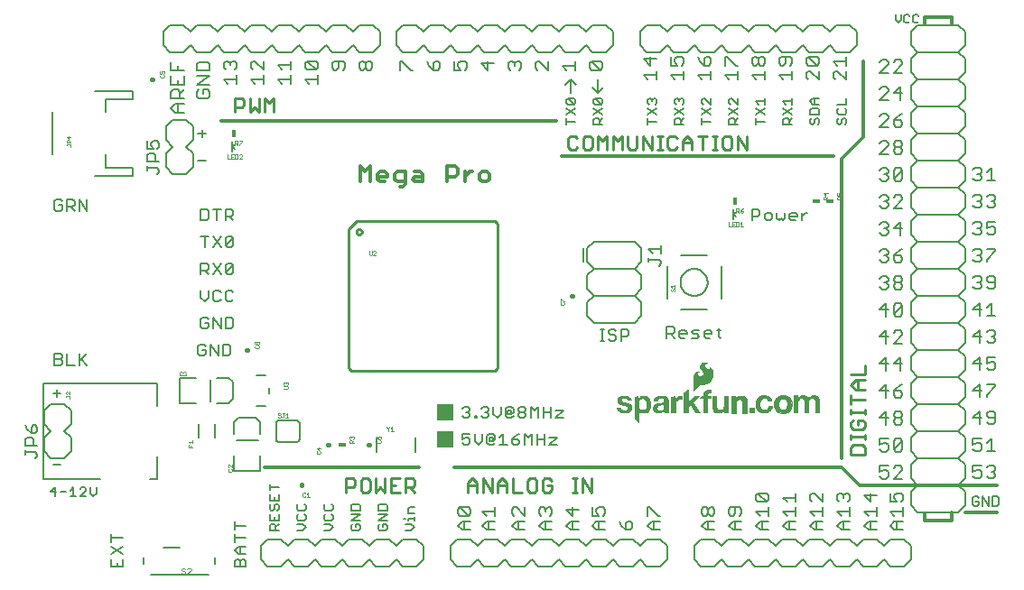
<source format=gbr>
G04 EAGLE Gerber RS-274X export*
G75*
%MOMM*%
%FSLAX34Y34*%
%LPD*%
%INSilkscreen Top*%
%IPPOS*%
%AMOC8*
5,1,8,0,0,1.08239X$1,22.5*%
G01*
%ADD10C,0.330200*%
%ADD11C,0.203200*%
%ADD12C,0.152400*%
%ADD13R,1.524000X1.524000*%
%ADD14C,0.254000*%
%ADD15C,0.025400*%
%ADD16C,0.127000*%
%ADD17C,0.304800*%
%ADD18C,0.228600*%
%ADD19C,0.406400*%
%ADD20R,0.711200X0.406400*%
%ADD21R,0.406400X0.711200*%
%ADD22R,0.495300X0.485100*%
%ADD23C,0.050800*%

G36*
X609330Y176050D02*
X609330Y176050D01*
X609334Y176048D01*
X609404Y176084D01*
X609414Y176089D01*
X609415Y176090D01*
X614287Y181572D01*
X615141Y182354D01*
X616131Y182943D01*
X616482Y183070D01*
X616850Y183135D01*
X619125Y183135D01*
X619130Y183137D01*
X619136Y183135D01*
X620500Y183259D01*
X620510Y183265D01*
X620522Y183263D01*
X621841Y183631D01*
X621849Y183639D01*
X621862Y183640D01*
X623092Y184240D01*
X623099Y184247D01*
X623110Y184250D01*
X624267Y185067D01*
X624272Y185075D01*
X624281Y185078D01*
X625312Y186050D01*
X625315Y186058D01*
X625321Y186060D01*
X625321Y186062D01*
X625324Y186063D01*
X626209Y187170D01*
X626211Y187180D01*
X626220Y187187D01*
X627167Y188868D01*
X627168Y188879D01*
X627176Y188889D01*
X627804Y190713D01*
X627803Y190724D01*
X627810Y190735D01*
X628098Y192642D01*
X628095Y192653D01*
X628100Y192665D01*
X628098Y192717D01*
X628090Y192969D01*
X628086Y193095D01*
X628086Y193096D01*
X628078Y193348D01*
X628070Y193601D01*
X628066Y193727D01*
X628058Y193979D01*
X628047Y194358D01*
X628039Y194593D01*
X628035Y194602D01*
X628037Y194614D01*
X627830Y195653D01*
X627825Y195661D01*
X627825Y195672D01*
X627467Y196669D01*
X627461Y196676D01*
X627460Y196687D01*
X626958Y197621D01*
X626949Y197628D01*
X626946Y197640D01*
X626039Y198777D01*
X626028Y198783D01*
X626021Y198796D01*
X624895Y199717D01*
X624852Y199729D01*
X624811Y199745D01*
X624806Y199743D01*
X624800Y199744D01*
X624762Y199723D01*
X624722Y199704D01*
X624719Y199698D01*
X624715Y199696D01*
X624707Y199667D01*
X624689Y199619D01*
X624689Y198739D01*
X624673Y198619D01*
X624629Y198516D01*
X624355Y198177D01*
X623994Y197928D01*
X623820Y197863D01*
X623282Y197805D01*
X622752Y197903D01*
X622264Y198152D01*
X621362Y198803D01*
X620950Y199157D01*
X620599Y199567D01*
X620316Y200025D01*
X620110Y200519D01*
X620051Y200819D01*
X620063Y201122D01*
X620220Y201641D01*
X620506Y202101D01*
X620901Y202471D01*
X621382Y202726D01*
X621872Y202865D01*
X622383Y202922D01*
X622986Y202922D01*
X622987Y202922D01*
X623009Y202931D01*
X623077Y202960D01*
X623112Y203052D01*
X623108Y203061D01*
X623074Y203137D01*
X623072Y203140D01*
X623071Y203141D01*
X623070Y203142D01*
X623049Y203162D01*
X623042Y203165D01*
X623038Y203173D01*
X622603Y203511D01*
X622588Y203515D01*
X622576Y203527D01*
X622072Y203748D01*
X622071Y203748D01*
X621715Y203900D01*
X621487Y204001D01*
X621477Y204002D01*
X621467Y204008D01*
X620589Y204228D01*
X620580Y204227D01*
X620570Y204231D01*
X619670Y204317D01*
X619660Y204313D01*
X619648Y204317D01*
X618780Y204251D01*
X618769Y204245D01*
X618756Y204246D01*
X617916Y204015D01*
X617906Y204007D01*
X617893Y204006D01*
X617113Y203618D01*
X617106Y203610D01*
X617095Y203607D01*
X616318Y203047D01*
X616314Y203040D01*
X616305Y203036D01*
X615609Y202378D01*
X615604Y202367D01*
X615593Y202359D01*
X615162Y201756D01*
X615159Y201741D01*
X615147Y201728D01*
X614880Y201036D01*
X614880Y201020D01*
X614872Y201005D01*
X614785Y200268D01*
X614790Y200253D01*
X614786Y200236D01*
X614885Y199501D01*
X614893Y199488D01*
X614893Y199471D01*
X615173Y198783D01*
X615182Y198774D01*
X615185Y198760D01*
X616372Y197002D01*
X616380Y196997D01*
X616384Y196986D01*
X617837Y195445D01*
X618207Y195010D01*
X618447Y194507D01*
X618549Y193959D01*
X618506Y193403D01*
X618320Y192878D01*
X618005Y192418D01*
X617580Y192053D01*
X617037Y191760D01*
X616451Y191562D01*
X615841Y191465D01*
X615130Y191500D01*
X614452Y191707D01*
X613846Y192072D01*
X613533Y192400D01*
X613327Y192804D01*
X613234Y193220D01*
X613234Y193648D01*
X613327Y194063D01*
X613399Y194201D01*
X613517Y194315D01*
X614341Y194914D01*
X614474Y194985D01*
X614612Y195013D01*
X614770Y194997D01*
X614813Y195011D01*
X614858Y195022D01*
X614860Y195026D01*
X614864Y195027D01*
X614884Y195068D01*
X614907Y195107D01*
X614906Y195111D01*
X614908Y195115D01*
X614893Y195158D01*
X614880Y195202D01*
X614877Y195204D01*
X614876Y195208D01*
X614838Y195227D01*
X614802Y195248D01*
X614319Y195324D01*
X614314Y195323D01*
X614309Y195325D01*
X613369Y195398D01*
X613360Y195395D01*
X613349Y195398D01*
X612409Y195325D01*
X612399Y195320D01*
X612387Y195321D01*
X611688Y195137D01*
X611678Y195129D01*
X611664Y195128D01*
X611016Y194807D01*
X611008Y194798D01*
X610994Y194794D01*
X610424Y194349D01*
X610418Y194338D01*
X610406Y194332D01*
X609936Y193782D01*
X609932Y193770D01*
X609921Y193761D01*
X609520Y193029D01*
X609519Y193016D01*
X609510Y193005D01*
X609270Y192206D01*
X609271Y192193D01*
X609265Y192180D01*
X609195Y191349D01*
X609197Y191343D01*
X609195Y191338D01*
X609195Y176174D01*
X609197Y176169D01*
X609195Y176165D01*
X609216Y176125D01*
X609233Y176083D01*
X609238Y176082D01*
X609240Y176077D01*
X609283Y176064D01*
X609325Y176048D01*
X609330Y176050D01*
G37*
G36*
X557917Y147373D02*
X557917Y147373D01*
X557920Y147372D01*
X557962Y147393D01*
X558004Y147413D01*
X558005Y147415D01*
X558007Y147416D01*
X558014Y147438D01*
X558037Y147498D01*
X558037Y158602D01*
X558038Y158600D01*
X558558Y157884D01*
X558569Y157877D01*
X558576Y157864D01*
X559236Y157274D01*
X559248Y157270D01*
X559258Y157259D01*
X560027Y156822D01*
X560040Y156820D01*
X560052Y156811D01*
X560896Y156547D01*
X560907Y156548D01*
X560918Y156542D01*
X562135Y156387D01*
X562144Y156389D01*
X562153Y156386D01*
X563380Y156403D01*
X563388Y156406D01*
X563398Y156404D01*
X564610Y156593D01*
X564619Y156598D01*
X564630Y156598D01*
X565549Y156892D01*
X565557Y156899D01*
X565569Y156901D01*
X566425Y157347D01*
X566431Y157355D01*
X566443Y157358D01*
X567211Y157943D01*
X567216Y157952D01*
X567227Y157957D01*
X567884Y158664D01*
X567888Y158674D01*
X567898Y158681D01*
X568670Y159866D01*
X568672Y159876D01*
X568680Y159885D01*
X569236Y161185D01*
X569236Y161196D01*
X569243Y161206D01*
X569566Y162582D01*
X569564Y162593D01*
X569569Y162604D01*
X569687Y164819D01*
X569683Y164830D01*
X569686Y164842D01*
X569403Y167042D01*
X569398Y167052D01*
X569398Y167064D01*
X568724Y169177D01*
X568716Y169187D01*
X568714Y169200D01*
X568135Y170241D01*
X568124Y170249D01*
X568119Y170263D01*
X567327Y171153D01*
X567318Y171158D01*
X567311Y171168D01*
X566487Y171821D01*
X566479Y171823D01*
X566473Y171830D01*
X565571Y172371D01*
X565561Y172373D01*
X565552Y172381D01*
X564528Y172781D01*
X564515Y172781D01*
X564503Y172788D01*
X563418Y172971D01*
X563407Y172969D01*
X563395Y172973D01*
X561414Y172948D01*
X561403Y172943D01*
X561390Y172946D01*
X560908Y172844D01*
X560899Y172837D01*
X560887Y172837D01*
X559566Y172304D01*
X559559Y172297D01*
X559549Y172296D01*
X559155Y172063D01*
X559148Y172054D01*
X559136Y172049D01*
X558793Y171748D01*
X558790Y171742D01*
X558783Y171739D01*
X557894Y170774D01*
X557894Y170773D01*
X557893Y170772D01*
X557759Y170623D01*
X557783Y172540D01*
X557777Y172555D01*
X557780Y172569D01*
X557760Y172598D01*
X557746Y172632D01*
X557732Y172637D01*
X557723Y172650D01*
X557682Y172657D01*
X557655Y172668D01*
X557645Y172664D01*
X557634Y172666D01*
X553748Y171930D01*
X553714Y171908D01*
X553678Y171891D01*
X553674Y171881D01*
X553666Y171875D01*
X553660Y171846D01*
X553645Y171806D01*
X553645Y151232D01*
X553647Y151226D01*
X553645Y151219D01*
X553674Y151162D01*
X553683Y151141D01*
X553685Y151140D01*
X553686Y151138D01*
X557826Y147404D01*
X557871Y147389D01*
X557915Y147372D01*
X557917Y147373D01*
G37*
G36*
X717425Y156720D02*
X717425Y156720D01*
X717427Y156719D01*
X717470Y156739D01*
X717514Y156757D01*
X717514Y156759D01*
X717516Y156760D01*
X717549Y156845D01*
X717549Y166366D01*
X717624Y167469D01*
X717773Y168108D01*
X718046Y168703D01*
X718431Y169231D01*
X718749Y169517D01*
X719122Y169727D01*
X719531Y169853D01*
X720434Y169945D01*
X721338Y169877D01*
X721786Y169749D01*
X722192Y169523D01*
X722352Y169377D01*
X722535Y169210D01*
X722796Y168826D01*
X723108Y168004D01*
X723215Y167124D01*
X723215Y156845D01*
X723216Y156843D01*
X723215Y156841D01*
X723235Y156798D01*
X723253Y156754D01*
X723255Y156754D01*
X723256Y156752D01*
X723341Y156719D01*
X727583Y156719D01*
X727585Y156720D01*
X727587Y156719D01*
X727630Y156739D01*
X727674Y156757D01*
X727674Y156759D01*
X727676Y156760D01*
X727709Y156845D01*
X727709Y168427D01*
X727706Y168436D01*
X727708Y168446D01*
X727539Y169542D01*
X727533Y169553D01*
X727533Y169567D01*
X727147Y170606D01*
X727138Y170615D01*
X727135Y170629D01*
X726547Y171568D01*
X726536Y171576D01*
X726531Y171589D01*
X725885Y172253D01*
X725873Y172258D01*
X725864Y172271D01*
X725090Y172778D01*
X725076Y172780D01*
X725065Y172791D01*
X724199Y173117D01*
X724188Y173117D01*
X724178Y173123D01*
X722918Y173372D01*
X722912Y173370D01*
X722904Y173374D01*
X721625Y173481D01*
X721615Y173478D01*
X721605Y173481D01*
X720711Y173420D01*
X720701Y173414D01*
X720687Y173416D01*
X719822Y173184D01*
X719812Y173177D01*
X719799Y173176D01*
X718994Y172782D01*
X718987Y172775D01*
X718975Y172772D01*
X718086Y172134D01*
X718082Y172126D01*
X718072Y172122D01*
X717284Y171363D01*
X717283Y171360D01*
X717280Y171359D01*
X716825Y170878D01*
X716783Y170836D01*
X716403Y171494D01*
X716393Y171501D01*
X716389Y171514D01*
X715807Y172183D01*
X715796Y172188D01*
X715789Y172200D01*
X715091Y172746D01*
X715079Y172749D01*
X715070Y172759D01*
X714280Y173162D01*
X714268Y173163D01*
X714257Y173172D01*
X713334Y173432D01*
X713322Y173431D01*
X713309Y173437D01*
X712352Y173506D01*
X712342Y173503D01*
X712331Y173506D01*
X710959Y173379D01*
X710952Y173375D01*
X710942Y173376D01*
X709850Y173122D01*
X709840Y173115D01*
X709827Y173114D01*
X708937Y172710D01*
X708927Y172698D01*
X708911Y172693D01*
X708149Y172081D01*
X708145Y172074D01*
X708137Y172071D01*
X708027Y171957D01*
X707905Y171830D01*
X707904Y171830D01*
X707782Y171704D01*
X707660Y171578D01*
X707538Y171452D01*
X707416Y171325D01*
X707415Y171325D01*
X707375Y171284D01*
X707373Y171277D01*
X707366Y171273D01*
X707064Y170877D01*
X707033Y170870D01*
X707033Y172923D01*
X707032Y172925D01*
X707033Y172927D01*
X707013Y172970D01*
X706995Y173014D01*
X706993Y173014D01*
X706992Y173016D01*
X706907Y173049D01*
X702920Y173049D01*
X702918Y173048D01*
X702916Y173049D01*
X702873Y173029D01*
X702829Y173011D01*
X702829Y173009D01*
X702827Y173008D01*
X702794Y172923D01*
X702794Y156870D01*
X702795Y156868D01*
X702794Y156866D01*
X702814Y156823D01*
X702832Y156779D01*
X702834Y156779D01*
X702835Y156777D01*
X702920Y156744D01*
X707238Y156744D01*
X707240Y156745D01*
X707242Y156744D01*
X707285Y156764D01*
X707329Y156782D01*
X707329Y156784D01*
X707331Y156785D01*
X707364Y156870D01*
X707364Y166675D01*
X707363Y166678D01*
X707364Y166681D01*
X707334Y167303D01*
X707466Y167894D01*
X707749Y168432D01*
X708569Y169376D01*
X708923Y169642D01*
X709327Y169820D01*
X709767Y169902D01*
X710615Y169952D01*
X711092Y169920D01*
X711543Y169784D01*
X711951Y169551D01*
X712298Y169233D01*
X712668Y168686D01*
X712899Y168067D01*
X712979Y167404D01*
X712979Y156845D01*
X712980Y156843D01*
X712979Y156841D01*
X712999Y156798D01*
X713017Y156754D01*
X713019Y156754D01*
X713020Y156752D01*
X713105Y156719D01*
X717423Y156719D01*
X717425Y156720D01*
G37*
G36*
X577104Y156355D02*
X577104Y156355D01*
X577115Y156352D01*
X578733Y156593D01*
X578742Y156599D01*
X578755Y156598D01*
X579790Y156951D01*
X579799Y156958D01*
X579811Y156960D01*
X580762Y157500D01*
X580770Y157509D01*
X580782Y157514D01*
X581609Y158217D01*
X581633Y158233D01*
X581642Y158234D01*
X581650Y158232D01*
X581657Y158226D01*
X581666Y158203D01*
X581893Y157174D01*
X581895Y157171D01*
X581894Y157168D01*
X581970Y156888D01*
X581981Y156874D01*
X581985Y156855D01*
X582006Y156819D01*
X582030Y156802D01*
X582057Y156773D01*
X582094Y156754D01*
X582124Y156752D01*
X582162Y156741D01*
X582198Y156744D01*
X586232Y156744D01*
X586255Y156753D01*
X586280Y156753D01*
X586298Y156772D01*
X586323Y156782D01*
X586332Y156805D01*
X586349Y156823D01*
X586350Y156852D01*
X586358Y156874D01*
X586350Y156892D01*
X586350Y156914D01*
X586276Y157113D01*
X585927Y158408D01*
X585825Y159745D01*
X585850Y164083D01*
X585849Y164086D01*
X585850Y164088D01*
X585830Y164131D01*
X585817Y164164D01*
X585825Y164186D01*
X585825Y169012D01*
X585822Y169019D01*
X585824Y169028D01*
X585733Y169763D01*
X585726Y169776D01*
X585726Y169793D01*
X585459Y170484D01*
X585448Y170494D01*
X585444Y170511D01*
X585017Y171116D01*
X585004Y171124D01*
X584996Y171139D01*
X584434Y171622D01*
X584421Y171626D01*
X584411Y171637D01*
X583108Y172331D01*
X583096Y172332D01*
X583085Y172340D01*
X581671Y172765D01*
X581661Y172764D01*
X581652Y172769D01*
X579913Y172999D01*
X579905Y172997D01*
X579897Y173000D01*
X578143Y173008D01*
X578136Y173005D01*
X578127Y173008D01*
X576387Y172794D01*
X576379Y172790D01*
X576369Y172791D01*
X575140Y172457D01*
X575132Y172450D01*
X575121Y172450D01*
X573963Y171921D01*
X573955Y171912D01*
X573942Y171909D01*
X573125Y171335D01*
X573118Y171324D01*
X573105Y171318D01*
X572422Y170588D01*
X572419Y170579D01*
X572417Y170579D01*
X572415Y170574D01*
X572406Y170567D01*
X571887Y169714D01*
X571885Y169701D01*
X571875Y169690D01*
X571541Y168749D01*
X571542Y168736D01*
X571535Y168723D01*
X571413Y167832D01*
X571410Y167830D01*
X571409Y167830D01*
X571390Y167781D01*
X571374Y167738D01*
X571376Y167733D01*
X571409Y167655D01*
X571434Y167629D01*
X571474Y167611D01*
X571512Y167590D01*
X571518Y167592D01*
X571525Y167590D01*
X571565Y167607D01*
X571595Y167616D01*
X575742Y167616D01*
X575744Y167617D01*
X575746Y167616D01*
X575789Y167636D01*
X575833Y167654D01*
X575833Y167656D01*
X575835Y167657D01*
X575868Y167742D01*
X575868Y167785D01*
X575931Y168316D01*
X576115Y168811D01*
X576410Y169249D01*
X576800Y169605D01*
X577264Y169860D01*
X577825Y170025D01*
X578412Y170079D01*
X579767Y170029D01*
X580136Y169968D01*
X580482Y169840D01*
X580796Y169647D01*
X581049Y169413D01*
X581248Y169134D01*
X581387Y168820D01*
X581498Y168299D01*
X581498Y167768D01*
X581387Y167247D01*
X581345Y167150D01*
X581285Y167063D01*
X581001Y166802D01*
X580573Y166556D01*
X580104Y166391D01*
X578798Y166165D01*
X576592Y165937D01*
X576588Y165934D01*
X576583Y165935D01*
X575046Y165657D01*
X575038Y165653D01*
X575029Y165653D01*
X573544Y165169D01*
X573536Y165162D01*
X573524Y165161D01*
X572828Y164795D01*
X572820Y164785D01*
X572807Y164781D01*
X572197Y164283D01*
X572191Y164272D01*
X572181Y164266D01*
X572180Y164266D01*
X572179Y164265D01*
X571681Y163656D01*
X571677Y163643D01*
X571666Y163632D01*
X571237Y162770D01*
X571236Y162755D01*
X571227Y162741D01*
X571021Y161800D01*
X571023Y161787D01*
X571018Y161773D01*
X571015Y160712D01*
X571020Y160702D01*
X571017Y160689D01*
X571206Y159645D01*
X571212Y159636D01*
X571212Y159623D01*
X571585Y158630D01*
X571593Y158621D01*
X571595Y158609D01*
X571887Y158126D01*
X571896Y158119D01*
X571901Y158107D01*
X572278Y157687D01*
X572289Y157682D01*
X572296Y157671D01*
X572744Y157329D01*
X572757Y157325D01*
X572767Y157315D01*
X574036Y156709D01*
X574049Y156709D01*
X574062Y156700D01*
X575434Y156392D01*
X575446Y156394D01*
X575459Y156389D01*
X577094Y156351D01*
X577104Y156355D01*
G37*
G36*
X604471Y156618D02*
X604471Y156618D01*
X604473Y156617D01*
X604516Y156637D01*
X604560Y156655D01*
X604560Y156657D01*
X604562Y156658D01*
X604595Y156743D01*
X604595Y162151D01*
X606250Y163758D01*
X610483Y156780D01*
X610498Y156769D01*
X610506Y156752D01*
X610540Y156739D01*
X610563Y156722D01*
X610576Y156724D01*
X610590Y156719D01*
X615670Y156694D01*
X615706Y156709D01*
X615744Y156717D01*
X615750Y156727D01*
X615761Y156732D01*
X615776Y156768D01*
X615796Y156801D01*
X615793Y156813D01*
X615797Y156823D01*
X615785Y156851D01*
X615776Y156890D01*
X609179Y166785D01*
X614870Y172351D01*
X614871Y172352D01*
X614873Y172353D01*
X614890Y172398D01*
X614908Y172442D01*
X614908Y172443D01*
X614908Y172445D01*
X614888Y172488D01*
X614869Y172532D01*
X614868Y172533D01*
X614867Y172534D01*
X614782Y172567D01*
X610108Y172567D01*
X610105Y172566D01*
X610102Y172567D01*
X610019Y172530D01*
X604544Y167056D01*
X604544Y178486D01*
X604531Y178518D01*
X604526Y178552D01*
X604512Y178562D01*
X604506Y178577D01*
X604474Y178589D01*
X604445Y178609D01*
X604428Y178607D01*
X604414Y178612D01*
X604389Y178601D01*
X604355Y178596D01*
X600215Y176234D01*
X600203Y176217D01*
X600185Y176209D01*
X600172Y176177D01*
X600156Y176155D01*
X600158Y176140D01*
X600152Y176124D01*
X600152Y156794D01*
X600153Y156791D01*
X600152Y156788D01*
X600189Y156705D01*
X600240Y156654D01*
X600243Y156653D01*
X600244Y156650D01*
X600329Y156617D01*
X604469Y156617D01*
X604471Y156618D01*
G37*
G36*
X633398Y156343D02*
X633398Y156343D01*
X633405Y156346D01*
X633414Y156345D01*
X634892Y156568D01*
X634900Y156573D01*
X634910Y156572D01*
X635172Y156653D01*
X635180Y156659D01*
X635192Y156661D01*
X635437Y156783D01*
X635444Y156790D01*
X635454Y156793D01*
X636384Y157452D01*
X636389Y157460D01*
X636398Y157463D01*
X637225Y158248D01*
X637228Y158256D01*
X637237Y158261D01*
X637744Y158902D01*
X637744Y156845D01*
X637745Y156843D01*
X637744Y156841D01*
X637764Y156798D01*
X637782Y156754D01*
X637784Y156754D01*
X637785Y156752D01*
X637870Y156719D01*
X641883Y156719D01*
X641885Y156720D01*
X641887Y156719D01*
X641930Y156739D01*
X641974Y156757D01*
X641974Y156759D01*
X641976Y156760D01*
X642009Y156845D01*
X642009Y172466D01*
X642008Y172468D01*
X642009Y172470D01*
X641989Y172513D01*
X641971Y172557D01*
X641969Y172557D01*
X641968Y172559D01*
X641883Y172592D01*
X637667Y172592D01*
X637665Y172591D01*
X637663Y172592D01*
X637620Y172572D01*
X637576Y172554D01*
X637576Y172552D01*
X637574Y172551D01*
X637541Y172466D01*
X637541Y164164D01*
X637465Y162934D01*
X637240Y161730D01*
X637031Y161180D01*
X636704Y160695D01*
X636273Y160298D01*
X635763Y160010D01*
X635072Y159798D01*
X634351Y159731D01*
X633632Y159811D01*
X632943Y160034D01*
X632548Y160259D01*
X632207Y160560D01*
X631935Y160922D01*
X631592Y161690D01*
X631443Y162520D01*
X631443Y172517D01*
X631442Y172519D01*
X631443Y172521D01*
X631423Y172564D01*
X631405Y172608D01*
X631403Y172608D01*
X631402Y172610D01*
X631317Y172643D01*
X627177Y172643D01*
X627175Y172642D01*
X627173Y172643D01*
X627130Y172623D01*
X627086Y172605D01*
X627086Y172603D01*
X627084Y172602D01*
X627051Y172517D01*
X627051Y161722D01*
X627053Y161717D01*
X627051Y161710D01*
X627152Y160611D01*
X627157Y160602D01*
X627157Y160601D01*
X627158Y160599D01*
X627156Y160588D01*
X627456Y159525D01*
X627463Y159516D01*
X627464Y159503D01*
X627952Y158513D01*
X627961Y158505D01*
X627965Y158493D01*
X628625Y157608D01*
X628635Y157601D01*
X628642Y157589D01*
X628896Y157361D01*
X628904Y157358D01*
X628905Y157356D01*
X628910Y157354D01*
X628916Y157346D01*
X629818Y156820D01*
X629830Y156819D01*
X629840Y156810D01*
X630826Y156467D01*
X630838Y156468D01*
X630850Y156461D01*
X631883Y156314D01*
X631893Y156317D01*
X631904Y156313D01*
X633398Y156343D01*
G37*
G36*
X648591Y156644D02*
X648591Y156644D01*
X648593Y156643D01*
X648636Y156663D01*
X648680Y156681D01*
X648680Y156683D01*
X648682Y156684D01*
X648715Y156769D01*
X648715Y166135D01*
X648796Y166918D01*
X649012Y167668D01*
X649375Y168347D01*
X649892Y168916D01*
X650349Y169230D01*
X650865Y169434D01*
X651421Y169521D01*
X652526Y169571D01*
X652842Y169554D01*
X653142Y169477D01*
X653577Y169260D01*
X653951Y168951D01*
X654247Y168564D01*
X654557Y167922D01*
X654748Y167234D01*
X654813Y166516D01*
X654813Y156870D01*
X654814Y156868D01*
X654813Y156866D01*
X654833Y156823D01*
X654851Y156779D01*
X654853Y156779D01*
X654854Y156777D01*
X654939Y156744D01*
X659028Y156744D01*
X659030Y156745D01*
X659032Y156744D01*
X659075Y156764D01*
X659119Y156782D01*
X659119Y156784D01*
X659121Y156785D01*
X659154Y156870D01*
X659154Y167411D01*
X659152Y167416D01*
X659154Y167421D01*
X659064Y168550D01*
X659060Y168558D01*
X659061Y168567D01*
X658821Y169674D01*
X658816Y169682D01*
X658816Y169692D01*
X658547Y170397D01*
X658539Y170405D01*
X658537Y170417D01*
X658153Y171066D01*
X658144Y171072D01*
X658140Y171084D01*
X657651Y171659D01*
X657640Y171664D01*
X657633Y171676D01*
X656848Y172294D01*
X656835Y172297D01*
X656824Y172309D01*
X655919Y172731D01*
X655905Y172732D01*
X655891Y172740D01*
X654914Y172946D01*
X654903Y172943D01*
X654891Y172948D01*
X652885Y172998D01*
X652875Y172994D01*
X652864Y172997D01*
X651812Y172842D01*
X651801Y172835D01*
X651787Y172835D01*
X650790Y172466D01*
X650780Y172457D01*
X650766Y172454D01*
X649868Y171887D01*
X649861Y171878D01*
X649850Y171874D01*
X649389Y171458D01*
X649386Y171450D01*
X649378Y171446D01*
X648976Y170973D01*
X648974Y170968D01*
X648970Y170966D01*
X648693Y170588D01*
X648579Y170452D01*
X648537Y170423D01*
X648537Y172491D01*
X648536Y172493D01*
X648537Y172495D01*
X648517Y172538D01*
X648499Y172582D01*
X648497Y172582D01*
X648496Y172584D01*
X648411Y172617D01*
X644373Y172617D01*
X644371Y172616D01*
X644369Y172617D01*
X644326Y172597D01*
X644282Y172579D01*
X644282Y172577D01*
X644280Y172576D01*
X644247Y172491D01*
X644247Y156769D01*
X644248Y156767D01*
X644247Y156765D01*
X644267Y156722D01*
X644285Y156678D01*
X644287Y156678D01*
X644288Y156676D01*
X644373Y156643D01*
X648589Y156643D01*
X648591Y156644D01*
G37*
G36*
X695186Y156821D02*
X695186Y156821D01*
X695198Y156828D01*
X695214Y156828D01*
X697068Y157463D01*
X697081Y157474D01*
X697100Y157479D01*
X698217Y158266D01*
X698222Y158274D01*
X698231Y158278D01*
X699425Y159421D01*
X699431Y159435D01*
X699445Y159445D01*
X700258Y160740D01*
X700261Y160757D01*
X700273Y160773D01*
X700959Y163237D01*
X700957Y163247D01*
X700962Y163256D01*
X701216Y165364D01*
X701212Y165379D01*
X701216Y165395D01*
X700936Y167580D01*
X700927Y167595D01*
X700926Y167615D01*
X699885Y169952D01*
X699872Y169964D01*
X699866Y169983D01*
X698774Y171253D01*
X698760Y171260D01*
X698750Y171275D01*
X696769Y172646D01*
X696753Y172649D01*
X696738Y172661D01*
X695112Y173220D01*
X695099Y173220D01*
X695087Y173226D01*
X693080Y173480D01*
X693071Y173478D01*
X693062Y173481D01*
X693025Y173465D01*
X692985Y173454D01*
X692981Y173445D01*
X692972Y173441D01*
X692952Y173392D01*
X692938Y173367D01*
X692940Y173362D01*
X692938Y173357D01*
X692888Y170385D01*
X692889Y170382D01*
X692888Y170379D01*
X692907Y170337D01*
X692925Y170294D01*
X692928Y170293D01*
X692929Y170290D01*
X693014Y170257D01*
X693110Y170257D01*
X694297Y170158D01*
X695250Y169645D01*
X696084Y168836D01*
X696828Y167224D01*
X697079Y165295D01*
X697079Y163870D01*
X696704Y162322D01*
X696161Y161112D01*
X695082Y160131D01*
X693331Y159539D01*
X691583Y159761D01*
X689935Y160769D01*
X689397Y161796D01*
X689023Y162945D01*
X688848Y164193D01*
X688898Y166052D01*
X689172Y167526D01*
X689568Y168415D01*
X690356Y169499D01*
X691504Y170134D01*
X692599Y170284D01*
X692636Y170306D01*
X692675Y170324D01*
X692678Y170331D01*
X692684Y170334D01*
X692691Y170364D01*
X692708Y170409D01*
X692708Y173330D01*
X692697Y173357D01*
X692695Y173386D01*
X692678Y173402D01*
X692670Y173421D01*
X692648Y173429D01*
X692628Y173447D01*
X692501Y173497D01*
X692479Y173497D01*
X692455Y173506D01*
X692404Y173506D01*
X692397Y173503D01*
X692389Y173505D01*
X690916Y173328D01*
X690898Y173318D01*
X690875Y173316D01*
X687497Y171639D01*
X687480Y171620D01*
X687454Y171604D01*
X685320Y168886D01*
X685313Y168862D01*
X685296Y168836D01*
X684483Y165280D01*
X684487Y165258D01*
X684481Y165232D01*
X685091Y161346D01*
X685104Y161326D01*
X685110Y161298D01*
X686710Y158809D01*
X686731Y158794D01*
X686749Y158770D01*
X689594Y156992D01*
X689618Y156988D01*
X689644Y156974D01*
X692641Y156568D01*
X692655Y156572D01*
X692671Y156567D01*
X695186Y156821D01*
G37*
G36*
X546009Y156410D02*
X546009Y156410D01*
X546015Y156412D01*
X546022Y156411D01*
X547336Y156593D01*
X547344Y156597D01*
X547353Y156597D01*
X548353Y156879D01*
X548362Y156886D01*
X548374Y156887D01*
X549309Y157338D01*
X549316Y157346D01*
X549328Y157349D01*
X550172Y157955D01*
X550177Y157965D01*
X550188Y157970D01*
X550914Y158713D01*
X550918Y158723D01*
X550929Y158731D01*
X551308Y159295D01*
X551310Y159306D01*
X551319Y159316D01*
X551585Y159941D01*
X551585Y159953D01*
X551593Y159964D01*
X551735Y160628D01*
X551734Y160637D01*
X551738Y160646D01*
X551814Y161687D01*
X551811Y161696D01*
X551814Y161707D01*
X551720Y162762D01*
X551713Y162775D01*
X551713Y162791D01*
X551376Y163794D01*
X551367Y163805D01*
X551364Y163820D01*
X551112Y164232D01*
X551102Y164239D01*
X551096Y164253D01*
X550764Y164603D01*
X550753Y164607D01*
X550747Y164618D01*
X550055Y165126D01*
X550047Y165128D01*
X550040Y165136D01*
X549284Y165541D01*
X549275Y165542D01*
X549268Y165548D01*
X547612Y166158D01*
X547604Y166158D01*
X547596Y166163D01*
X545873Y166544D01*
X545872Y166544D01*
X545871Y166545D01*
X543848Y166949D01*
X543096Y167221D01*
X542421Y167637D01*
X542138Y167930D01*
X541954Y168291D01*
X541889Y168660D01*
X541937Y169032D01*
X542092Y169374D01*
X542325Y169642D01*
X542626Y169837D01*
X543050Y169994D01*
X543499Y170079D01*
X544348Y170123D01*
X545195Y170079D01*
X545691Y169981D01*
X546158Y169792D01*
X546581Y169521D01*
X546856Y169257D01*
X547074Y168944D01*
X547224Y168592D01*
X547279Y168349D01*
X547295Y168089D01*
X547316Y168047D01*
X547336Y168004D01*
X547338Y168003D01*
X547339Y168001D01*
X547358Y167995D01*
X547421Y167971D01*
X551307Y167971D01*
X551316Y167974D01*
X551324Y167972D01*
X551360Y167993D01*
X551398Y168009D01*
X551401Y168018D01*
X551409Y168023D01*
X551423Y168074D01*
X551433Y168101D01*
X551431Y168105D01*
X551432Y168108D01*
X551432Y168109D01*
X551433Y168110D01*
X551357Y168821D01*
X551351Y168831D01*
X551353Y168842D01*
X551348Y168848D01*
X551348Y168855D01*
X551356Y168868D01*
X551350Y168892D01*
X551353Y168901D01*
X551349Y168909D01*
X551350Y168928D01*
X551147Y169486D01*
X551143Y169490D01*
X551143Y169495D01*
X550787Y170283D01*
X550780Y170289D01*
X550778Y170300D01*
X550492Y170742D01*
X550484Y170747D01*
X550480Y170757D01*
X550132Y171153D01*
X550122Y171157D01*
X550115Y171168D01*
X549156Y171925D01*
X549143Y171929D01*
X549133Y171939D01*
X548036Y172477D01*
X548024Y172478D01*
X548013Y172486D01*
X546662Y172854D01*
X546652Y172853D01*
X546642Y172858D01*
X545249Y172998D01*
X545243Y172996D01*
X545236Y172998D01*
X543433Y172998D01*
X543427Y172996D01*
X543419Y172998D01*
X541990Y172843D01*
X541980Y172837D01*
X541967Y172838D01*
X540589Y172427D01*
X540580Y172420D01*
X540568Y172419D01*
X539287Y171765D01*
X539279Y171756D01*
X539267Y171753D01*
X538791Y171384D01*
X538785Y171373D01*
X538773Y171367D01*
X538379Y170912D01*
X538375Y170901D01*
X538364Y170892D01*
X538065Y170370D01*
X538064Y170357D01*
X538055Y170347D01*
X537697Y169263D01*
X537698Y169251D01*
X537692Y169238D01*
X537563Y168104D01*
X537566Y168092D01*
X537563Y168078D01*
X537668Y166942D01*
X537674Y166931D01*
X537673Y166917D01*
X537825Y166428D01*
X537833Y166418D01*
X537835Y166404D01*
X538084Y165957D01*
X538095Y165949D01*
X538099Y165935D01*
X538436Y165550D01*
X538446Y165545D01*
X538452Y165534D01*
X539129Y164997D01*
X539138Y164994D01*
X539145Y164986D01*
X539896Y164559D01*
X539905Y164558D01*
X539913Y164551D01*
X540721Y164245D01*
X540729Y164245D01*
X540737Y164240D01*
X544368Y163377D01*
X545542Y163071D01*
X546649Y162601D01*
X546985Y162370D01*
X547251Y162066D01*
X547431Y161704D01*
X547516Y161309D01*
X547499Y160905D01*
X547382Y160520D01*
X547174Y160175D01*
X546886Y159891D01*
X546373Y159579D01*
X545806Y159382D01*
X545203Y159308D01*
X543873Y159308D01*
X543311Y159381D01*
X542724Y159598D01*
X542197Y159935D01*
X541755Y160378D01*
X541500Y160792D01*
X541353Y161254D01*
X541324Y161751D01*
X541324Y161798D01*
X541323Y161800D01*
X541324Y161802D01*
X541304Y161845D01*
X541286Y161889D01*
X541284Y161889D01*
X541283Y161891D01*
X541198Y161924D01*
X537337Y161924D01*
X537331Y161922D01*
X537324Y161924D01*
X537312Y161917D01*
X537298Y161918D01*
X537296Y161917D01*
X537295Y161917D01*
X537273Y161897D01*
X537246Y161886D01*
X537244Y161879D01*
X537238Y161876D01*
X537233Y161862D01*
X537223Y161853D01*
X537223Y161852D01*
X537222Y161850D01*
X537221Y161823D01*
X537219Y161816D01*
X537211Y161794D01*
X537212Y161792D01*
X537211Y161789D01*
X537236Y161433D01*
X537239Y161427D01*
X537238Y161420D01*
X537340Y160836D01*
X537345Y160828D01*
X537344Y160817D01*
X537776Y159547D01*
X537783Y159540D01*
X537784Y159530D01*
X538093Y158934D01*
X538103Y158927D01*
X538107Y158914D01*
X538527Y158390D01*
X538538Y158385D01*
X538544Y158373D01*
X539059Y157942D01*
X539067Y157940D01*
X539072Y157933D01*
X540266Y157171D01*
X540274Y157169D01*
X540281Y157162D01*
X541138Y156765D01*
X541151Y156764D01*
X541163Y156756D01*
X542084Y156544D01*
X542093Y156546D01*
X542103Y156541D01*
X544669Y156363D01*
X544676Y156365D01*
X544682Y156363D01*
X546009Y156410D01*
G37*
G36*
X676073Y156366D02*
X676073Y156366D01*
X676082Y156363D01*
X677265Y156459D01*
X677274Y156463D01*
X677285Y156462D01*
X678438Y156744D01*
X678446Y156750D01*
X678457Y156750D01*
X679550Y157212D01*
X679558Y157220D01*
X679570Y157223D01*
X680818Y158043D01*
X680825Y158054D01*
X680838Y158060D01*
X681891Y159118D01*
X681895Y159130D01*
X681907Y159138D01*
X682722Y160389D01*
X682724Y160402D01*
X682734Y160412D01*
X683276Y161803D01*
X683275Y161814D01*
X683282Y161824D01*
X683377Y162289D01*
X683375Y162298D01*
X683379Y162306D01*
X683411Y162781D01*
X683410Y162785D01*
X683411Y162789D01*
X683411Y162839D01*
X683410Y162841D01*
X683411Y162843D01*
X683391Y162886D01*
X683373Y162930D01*
X683371Y162930D01*
X683370Y162932D01*
X683285Y162965D01*
X679221Y162965D01*
X679182Y162949D01*
X679142Y162937D01*
X679137Y162930D01*
X679130Y162927D01*
X679119Y162898D01*
X679096Y162858D01*
X678992Y162182D01*
X678777Y161545D01*
X678456Y160955D01*
X678098Y160523D01*
X677655Y160178D01*
X677125Y159910D01*
X676556Y159737D01*
X675966Y159664D01*
X675165Y159705D01*
X674386Y159886D01*
X673678Y160216D01*
X673070Y160705D01*
X672595Y161324D01*
X672280Y162041D01*
X671934Y163565D01*
X671805Y165125D01*
X671898Y166266D01*
X672203Y167369D01*
X672708Y168394D01*
X673395Y169305D01*
X673742Y169595D01*
X674156Y169781D01*
X674977Y169962D01*
X675817Y170028D01*
X676649Y169945D01*
X677441Y169684D01*
X677934Y169386D01*
X678347Y168985D01*
X678658Y168500D01*
X678851Y167958D01*
X678918Y167379D01*
X678918Y167361D01*
X678919Y167359D01*
X678918Y167357D01*
X678938Y167314D01*
X678956Y167270D01*
X678958Y167270D01*
X678959Y167268D01*
X679044Y167235D01*
X683235Y167235D01*
X683249Y167241D01*
X683263Y167238D01*
X683292Y167259D01*
X683326Y167273D01*
X683331Y167287D01*
X683343Y167296D01*
X683350Y167337D01*
X683361Y167365D01*
X683357Y167374D01*
X683359Y167385D01*
X683122Y168593D01*
X683117Y168601D01*
X683117Y168612D01*
X682693Y169767D01*
X682684Y169775D01*
X682682Y169788D01*
X682042Y170855D01*
X682031Y170862D01*
X682025Y170876D01*
X681170Y171779D01*
X681157Y171785D01*
X681149Y171797D01*
X680118Y172494D01*
X680105Y172497D01*
X680094Y172507D01*
X678937Y172964D01*
X678928Y172964D01*
X678919Y172970D01*
X677508Y173289D01*
X677502Y173288D01*
X677497Y173291D01*
X676063Y173480D01*
X676054Y173478D01*
X676044Y173481D01*
X674502Y173458D01*
X674491Y173453D01*
X674477Y173455D01*
X672971Y173122D01*
X672961Y173115D01*
X672947Y173115D01*
X671556Y172503D01*
X671548Y172495D01*
X671535Y172491D01*
X670286Y171626D01*
X670279Y171616D01*
X670267Y171610D01*
X670258Y171601D01*
X670135Y171474D01*
X670012Y171348D01*
X669765Y171096D01*
X669642Y170969D01*
X669519Y170843D01*
X669396Y170717D01*
X669206Y170522D01*
X669202Y170511D01*
X669191Y170504D01*
X668357Y169233D01*
X668355Y169222D01*
X668346Y169212D01*
X667769Y167806D01*
X667769Y167794D01*
X667762Y167783D01*
X667464Y166293D01*
X667466Y166283D01*
X667462Y166272D01*
X667386Y163783D01*
X667389Y163774D01*
X667387Y163764D01*
X667532Y162548D01*
X667537Y162540D01*
X667536Y162529D01*
X667870Y161351D01*
X667876Y161343D01*
X667877Y161333D01*
X668391Y160222D01*
X668399Y160215D01*
X668401Y160204D01*
X669083Y159188D01*
X669092Y159182D01*
X669096Y159172D01*
X669867Y158349D01*
X669876Y158345D01*
X669882Y158335D01*
X670778Y157651D01*
X670788Y157648D01*
X670796Y157639D01*
X671793Y157113D01*
X671803Y157112D01*
X671812Y157105D01*
X672882Y156750D01*
X672891Y156751D01*
X672900Y156746D01*
X674464Y156464D01*
X674471Y156465D01*
X674478Y156462D01*
X676064Y156363D01*
X676073Y156366D01*
G37*
G36*
X622708Y156644D02*
X622708Y156644D01*
X622710Y156643D01*
X622753Y156663D01*
X622797Y156681D01*
X622797Y156683D01*
X622799Y156684D01*
X622832Y156769D01*
X622832Y169673D01*
X625704Y169673D01*
X625706Y169674D01*
X625708Y169673D01*
X625751Y169693D01*
X625795Y169711D01*
X625795Y169713D01*
X625797Y169714D01*
X625830Y169799D01*
X625830Y172466D01*
X625829Y172468D01*
X625830Y172470D01*
X625810Y172513D01*
X625792Y172557D01*
X625790Y172557D01*
X625789Y172559D01*
X625704Y172592D01*
X622858Y172592D01*
X622858Y173854D01*
X622921Y174316D01*
X623096Y174739D01*
X623278Y174971D01*
X623518Y175141D01*
X623800Y175238D01*
X624700Y175321D01*
X625615Y175236D01*
X625895Y175210D01*
X625901Y175212D01*
X625907Y175210D01*
X625983Y175210D01*
X625985Y175211D01*
X625987Y175210D01*
X626030Y175230D01*
X626074Y175248D01*
X626074Y175250D01*
X626076Y175251D01*
X626109Y175336D01*
X626109Y178359D01*
X626109Y178360D01*
X626109Y178362D01*
X626109Y178363D01*
X626089Y178406D01*
X626071Y178450D01*
X626069Y178450D01*
X626068Y178452D01*
X625983Y178485D01*
X625961Y178485D01*
X624644Y178561D01*
X624641Y178560D01*
X624637Y178561D01*
X623087Y178561D01*
X623077Y178557D01*
X623066Y178559D01*
X622053Y178385D01*
X622043Y178378D01*
X622029Y178378D01*
X621071Y178009D01*
X621062Y178001D01*
X621049Y177998D01*
X620181Y177448D01*
X620175Y177438D01*
X620168Y177436D01*
X620168Y177435D01*
X620162Y177433D01*
X619419Y176723D01*
X619414Y176713D01*
X619403Y176705D01*
X619063Y176228D01*
X619061Y176217D01*
X619052Y176208D01*
X618803Y175677D01*
X618803Y175666D01*
X618795Y175656D01*
X618647Y175089D01*
X618648Y175078D01*
X618643Y175067D01*
X618466Y172933D01*
X618468Y172929D01*
X618466Y172925D01*
X618466Y172923D01*
X618466Y172592D01*
X617220Y172592D01*
X617217Y172591D01*
X617214Y172592D01*
X617131Y172555D01*
X614464Y169888D01*
X614463Y169888D01*
X614463Y169887D01*
X614445Y169842D01*
X614427Y169797D01*
X614427Y169796D01*
X614447Y169751D01*
X614467Y169707D01*
X614468Y169706D01*
X614552Y169673D01*
X618415Y169649D01*
X618415Y156769D01*
X618416Y156767D01*
X618415Y156765D01*
X618435Y156722D01*
X618453Y156678D01*
X618455Y156678D01*
X618456Y156676D01*
X618541Y156643D01*
X622706Y156643D01*
X622708Y156644D01*
G37*
G36*
X592584Y156745D02*
X592584Y156745D01*
X592586Y156744D01*
X592629Y156764D01*
X592673Y156782D01*
X592673Y156784D01*
X592675Y156785D01*
X592708Y156870D01*
X592708Y164689D01*
X592781Y165535D01*
X592981Y166354D01*
X593342Y167147D01*
X593867Y167839D01*
X594534Y168399D01*
X595013Y168663D01*
X595531Y168844D01*
X596073Y168936D01*
X597598Y168936D01*
X598195Y168811D01*
X598198Y168812D01*
X598201Y168810D01*
X598353Y168785D01*
X598362Y168788D01*
X598373Y168784D01*
X598399Y168784D01*
X598401Y168785D01*
X598403Y168784D01*
X598446Y168804D01*
X598490Y168822D01*
X598490Y168824D01*
X598492Y168825D01*
X598525Y168910D01*
X598525Y172771D01*
X598507Y172815D01*
X598489Y172860D01*
X598487Y172860D01*
X598487Y172862D01*
X598470Y172868D01*
X598406Y172897D01*
X597034Y172973D01*
X597024Y172969D01*
X597012Y172972D01*
X596311Y172888D01*
X596301Y172882D01*
X596287Y172883D01*
X595617Y172660D01*
X595608Y172651D01*
X595594Y172649D01*
X594983Y172296D01*
X594981Y172293D01*
X594977Y172292D01*
X594088Y171707D01*
X594085Y171704D01*
X594080Y171702D01*
X593686Y171400D01*
X593679Y171388D01*
X593665Y171380D01*
X593349Y170997D01*
X593347Y170991D01*
X593341Y170986D01*
X592655Y169944D01*
X592476Y169676D01*
X592429Y169661D01*
X592429Y172441D01*
X592424Y172454D01*
X592427Y172467D01*
X592405Y172497D01*
X592391Y172532D01*
X592378Y172537D01*
X592370Y172548D01*
X592327Y172556D01*
X592299Y172567D01*
X592291Y172563D01*
X592281Y172565D01*
X588420Y171879D01*
X588386Y171857D01*
X588349Y171840D01*
X588345Y171831D01*
X588337Y171826D01*
X588332Y171796D01*
X588316Y171755D01*
X588290Y156870D01*
X588291Y156868D01*
X588290Y156866D01*
X588310Y156823D01*
X588328Y156779D01*
X588330Y156779D01*
X588331Y156777D01*
X588416Y156744D01*
X592582Y156744D01*
X592584Y156745D01*
G37*
%LPC*%
G36*
X561075Y159638D02*
X561075Y159638D01*
X560353Y159790D01*
X559675Y160080D01*
X559166Y160443D01*
X558754Y160912D01*
X558455Y161476D01*
X558449Y161480D01*
X558448Y161487D01*
X558397Y161563D01*
X558396Y161564D01*
X558396Y161565D01*
X558354Y161625D01*
X558342Y161684D01*
X558342Y161722D01*
X558342Y161723D01*
X558342Y161724D01*
X558323Y161768D01*
X558304Y161813D01*
X558303Y161813D01*
X558302Y161814D01*
X558257Y161831D01*
X558235Y161839D01*
X558235Y161844D01*
X558244Y161879D01*
X558239Y161916D01*
X558233Y161927D01*
X558234Y161940D01*
X558009Y162615D01*
X557885Y163384D01*
X557859Y165930D01*
X557969Y166745D01*
X558236Y167519D01*
X558649Y168226D01*
X559247Y168906D01*
X559959Y169462D01*
X560297Y169624D01*
X560669Y169698D01*
X561744Y169749D01*
X562311Y169703D01*
X562853Y169547D01*
X563353Y169287D01*
X564112Y168657D01*
X564709Y167871D01*
X565112Y166972D01*
X565303Y166002D01*
X565306Y164031D01*
X565002Y162084D01*
X564713Y161323D01*
X564241Y160665D01*
X563615Y160149D01*
X562876Y159811D01*
X561985Y159632D01*
X561075Y159638D01*
G37*
%LPD*%
%LPC*%
G36*
X577001Y159333D02*
X577001Y159333D01*
X576540Y159430D01*
X576119Y159633D01*
X575757Y159930D01*
X575566Y160180D01*
X575431Y160465D01*
X575360Y160773D01*
X575355Y161026D01*
X575353Y161152D01*
X575351Y161278D01*
X575351Y161279D01*
X575349Y161358D01*
X575456Y161933D01*
X575676Y162475D01*
X575880Y162773D01*
X576148Y163017D01*
X576622Y163301D01*
X577140Y163498D01*
X577690Y163603D01*
X579133Y163755D01*
X579137Y163757D01*
X579141Y163757D01*
X580133Y163926D01*
X580139Y163930D01*
X580148Y163929D01*
X581112Y164217D01*
X581121Y164224D01*
X581134Y164226D01*
X581341Y164333D01*
X581351Y164345D01*
X581367Y164351D01*
X581509Y164478D01*
X581509Y164186D01*
X581510Y164184D01*
X581509Y164182D01*
X581529Y164139D01*
X581529Y164137D01*
X581509Y164084D01*
X581509Y163250D01*
X581439Y162161D01*
X581232Y161091D01*
X581185Y160926D01*
X581078Y160677D01*
X580928Y160458D01*
X580184Y159739D01*
X579893Y159554D01*
X579571Y159432D01*
X578529Y159283D01*
X577001Y159333D01*
G37*
%LPD*%
D10*
X296291Y373761D02*
X296291Y388251D01*
X301121Y383421D01*
X305951Y388251D01*
X305951Y373761D01*
X315078Y373761D02*
X319908Y373761D01*
X315078Y373761D02*
X312663Y376176D01*
X312663Y381006D01*
X315078Y383421D01*
X319908Y383421D01*
X322323Y381006D01*
X322323Y378591D01*
X312663Y378591D01*
X333864Y368931D02*
X336279Y368931D01*
X338694Y371346D01*
X338694Y383421D01*
X331449Y383421D01*
X329034Y381006D01*
X329034Y376176D01*
X331449Y373761D01*
X338694Y373761D01*
X347821Y383421D02*
X352651Y383421D01*
X355066Y381006D01*
X355066Y373761D01*
X347821Y373761D01*
X345406Y376176D01*
X347821Y378591D01*
X355066Y378591D01*
X378149Y373761D02*
X378149Y388251D01*
X385394Y388251D01*
X387809Y385836D01*
X387809Y381006D01*
X385394Y378591D01*
X378149Y378591D01*
X394520Y373761D02*
X394520Y383421D01*
X394520Y378591D02*
X399351Y383421D01*
X401766Y383421D01*
X410578Y373761D02*
X415409Y373761D01*
X417824Y376176D01*
X417824Y381006D01*
X415409Y383421D01*
X410578Y383421D01*
X408163Y381006D01*
X408163Y376176D01*
X410578Y373761D01*
D11*
X63237Y19564D02*
X63237Y12446D01*
X73914Y12446D01*
X73914Y19564D01*
X68575Y16005D02*
X68575Y12446D01*
X63237Y24140D02*
X73914Y31258D01*
X73914Y24140D02*
X63237Y31258D01*
X63237Y39393D02*
X73914Y39393D01*
X63237Y35834D02*
X63237Y42952D01*
X178807Y12446D02*
X189484Y12446D01*
X178807Y12446D02*
X178807Y17785D01*
X180586Y19564D01*
X182366Y19564D01*
X184145Y17785D01*
X185925Y19564D01*
X187705Y19564D01*
X189484Y17785D01*
X189484Y12446D01*
X184145Y12446D02*
X184145Y17785D01*
X182366Y24140D02*
X189484Y24140D01*
X182366Y24140D02*
X178807Y27699D01*
X182366Y31258D01*
X189484Y31258D01*
X184145Y31258D02*
X184145Y24140D01*
X189484Y39393D02*
X178807Y39393D01*
X178807Y35834D02*
X178807Y42952D01*
X178807Y51087D02*
X189484Y51087D01*
X178807Y47528D02*
X178807Y54646D01*
X147066Y337566D02*
X147066Y348243D01*
X147066Y337566D02*
X152405Y337566D01*
X154184Y339346D01*
X154184Y346464D01*
X152405Y348243D01*
X147066Y348243D01*
X162319Y348243D02*
X162319Y337566D01*
X158760Y348243D02*
X165878Y348243D01*
X170454Y348243D02*
X170454Y337566D01*
X170454Y348243D02*
X175793Y348243D01*
X177572Y346464D01*
X177572Y342905D01*
X175793Y341125D01*
X170454Y341125D01*
X174013Y341125D02*
X177572Y337566D01*
X150625Y322843D02*
X150625Y312166D01*
X147066Y322843D02*
X154184Y322843D01*
X158760Y322843D02*
X165878Y312166D01*
X158760Y312166D02*
X165878Y322843D01*
X170454Y321064D02*
X170454Y313946D01*
X170454Y321064D02*
X172233Y322843D01*
X175793Y322843D01*
X177572Y321064D01*
X177572Y313946D01*
X175793Y312166D01*
X172233Y312166D01*
X170454Y313946D01*
X177572Y321064D01*
X147066Y297443D02*
X147066Y286766D01*
X147066Y297443D02*
X152405Y297443D01*
X154184Y295664D01*
X154184Y292105D01*
X152405Y290325D01*
X147066Y290325D01*
X150625Y290325D02*
X154184Y286766D01*
X158760Y297443D02*
X165878Y286766D01*
X158760Y286766D02*
X165878Y297443D01*
X170454Y295664D02*
X170454Y288546D01*
X170454Y295664D02*
X172233Y297443D01*
X175793Y297443D01*
X177572Y295664D01*
X177572Y288546D01*
X175793Y286766D01*
X172233Y286766D01*
X170454Y288546D01*
X177572Y295664D01*
X147066Y272043D02*
X147066Y264925D01*
X150625Y261366D01*
X154184Y264925D01*
X154184Y272043D01*
X164099Y272043D02*
X165878Y270264D01*
X164099Y272043D02*
X160539Y272043D01*
X158760Y270264D01*
X158760Y263146D01*
X160539Y261366D01*
X164099Y261366D01*
X165878Y263146D01*
X175793Y272043D02*
X177572Y270264D01*
X175793Y272043D02*
X172233Y272043D01*
X170454Y270264D01*
X170454Y263146D01*
X172233Y261366D01*
X175793Y261366D01*
X177572Y263146D01*
X154184Y244864D02*
X152405Y246643D01*
X148846Y246643D01*
X147066Y244864D01*
X147066Y237746D01*
X148846Y235966D01*
X152405Y235966D01*
X154184Y237746D01*
X154184Y241305D01*
X150625Y241305D01*
X158760Y246643D02*
X158760Y235966D01*
X165878Y235966D02*
X158760Y246643D01*
X165878Y246643D02*
X165878Y235966D01*
X170454Y235966D02*
X170454Y246643D01*
X170454Y235966D02*
X175793Y235966D01*
X177572Y237746D01*
X177572Y244864D01*
X175793Y246643D01*
X170454Y246643D01*
X149865Y221243D02*
X151644Y219464D01*
X149865Y221243D02*
X146306Y221243D01*
X144526Y219464D01*
X144526Y212346D01*
X146306Y210566D01*
X149865Y210566D01*
X151644Y212346D01*
X151644Y215905D01*
X148085Y215905D01*
X156220Y221243D02*
X156220Y210566D01*
X163338Y210566D02*
X156220Y221243D01*
X163338Y221243D02*
X163338Y210566D01*
X167914Y210566D02*
X167914Y221243D01*
X167914Y210566D02*
X173253Y210566D01*
X175032Y212346D01*
X175032Y219464D01*
X173253Y221243D01*
X167914Y221243D01*
X151644Y419105D02*
X144526Y419105D01*
X148085Y422664D02*
X148085Y415546D01*
X144526Y393705D02*
X151644Y393705D01*
X17024Y355354D02*
X15245Y357133D01*
X11686Y357133D01*
X9906Y355354D01*
X9906Y348236D01*
X11686Y346456D01*
X15245Y346456D01*
X17024Y348236D01*
X17024Y351795D01*
X13465Y351795D01*
X21600Y357133D02*
X21600Y346456D01*
X21600Y357133D02*
X26939Y357133D01*
X28718Y355354D01*
X28718Y351795D01*
X26939Y350015D01*
X21600Y350015D01*
X25159Y350015D02*
X28718Y346456D01*
X33294Y346456D02*
X33294Y357133D01*
X40412Y346456D01*
X40412Y357133D01*
X9906Y212353D02*
X9906Y201676D01*
X9906Y212353D02*
X15245Y212353D01*
X17024Y210574D01*
X17024Y208794D01*
X15245Y207015D01*
X17024Y205235D01*
X17024Y203456D01*
X15245Y201676D01*
X9906Y201676D01*
X9906Y207015D02*
X15245Y207015D01*
X21600Y212353D02*
X21600Y201676D01*
X28718Y201676D01*
X33294Y201676D02*
X33294Y212353D01*
X33294Y205235D02*
X40412Y212353D01*
X35073Y207015D02*
X40412Y201676D01*
D12*
X10164Y86875D02*
X10164Y78232D01*
X5842Y82554D02*
X10164Y86875D01*
X11604Y82554D02*
X5842Y82554D01*
X15197Y82554D02*
X20959Y82554D01*
X24552Y83994D02*
X27434Y86875D01*
X27434Y78232D01*
X30315Y78232D02*
X24552Y78232D01*
X33908Y78232D02*
X39670Y78232D01*
X33908Y78232D02*
X39670Y83994D01*
X39670Y85435D01*
X38229Y86875D01*
X35348Y86875D01*
X33908Y85435D01*
X43263Y86875D02*
X43263Y81113D01*
X46144Y78232D01*
X49025Y81113D01*
X49025Y86875D01*
D11*
X663956Y337566D02*
X663956Y348243D01*
X669295Y348243D01*
X671074Y346464D01*
X671074Y342905D01*
X669295Y341125D01*
X663956Y341125D01*
X677429Y337566D02*
X680989Y337566D01*
X682768Y339346D01*
X682768Y342905D01*
X680989Y344684D01*
X677429Y344684D01*
X675650Y342905D01*
X675650Y339346D01*
X677429Y337566D01*
X687344Y339346D02*
X687344Y344684D01*
X687344Y339346D02*
X689123Y337566D01*
X690903Y339346D01*
X692683Y337566D01*
X694462Y339346D01*
X694462Y344684D01*
X700817Y337566D02*
X704376Y337566D01*
X700817Y337566D02*
X699038Y339346D01*
X699038Y342905D01*
X700817Y344684D01*
X704376Y344684D01*
X706156Y342905D01*
X706156Y341125D01*
X699038Y341125D01*
X710732Y337566D02*
X710732Y344684D01*
X710732Y341125D02*
X714291Y344684D01*
X716070Y344684D01*
X525275Y224536D02*
X521716Y224536D01*
X523496Y224536D02*
X523496Y235213D01*
X525275Y235213D02*
X521716Y235213D01*
X534851Y235213D02*
X536630Y233434D01*
X534851Y235213D02*
X531291Y235213D01*
X529512Y233434D01*
X529512Y231654D01*
X531291Y229875D01*
X534851Y229875D01*
X536630Y228095D01*
X536630Y226316D01*
X534851Y224536D01*
X531291Y224536D01*
X529512Y226316D01*
X541206Y224536D02*
X541206Y235213D01*
X546545Y235213D01*
X548324Y233434D01*
X548324Y229875D01*
X546545Y228095D01*
X541206Y228095D01*
X583946Y227076D02*
X583946Y237753D01*
X589285Y237753D01*
X591064Y235974D01*
X591064Y232415D01*
X589285Y230635D01*
X583946Y230635D01*
X587505Y230635D02*
X591064Y227076D01*
X597419Y227076D02*
X600979Y227076D01*
X597419Y227076D02*
X595640Y228856D01*
X595640Y232415D01*
X597419Y234194D01*
X600979Y234194D01*
X602758Y232415D01*
X602758Y230635D01*
X595640Y230635D01*
X607334Y227076D02*
X612673Y227076D01*
X614452Y228856D01*
X612673Y230635D01*
X609113Y230635D01*
X607334Y232415D01*
X609113Y234194D01*
X614452Y234194D01*
X620807Y227076D02*
X624366Y227076D01*
X620807Y227076D02*
X619028Y228856D01*
X619028Y232415D01*
X620807Y234194D01*
X624366Y234194D01*
X626146Y232415D01*
X626146Y230635D01*
X619028Y230635D01*
X632501Y228856D02*
X632501Y235974D01*
X632501Y228856D02*
X634281Y227076D01*
X634281Y234194D02*
X630722Y234194D01*
X15754Y175265D02*
X8636Y175265D01*
X12195Y178824D02*
X12195Y171706D01*
X8636Y107955D02*
X15754Y107955D01*
X392176Y161044D02*
X393956Y162823D01*
X397515Y162823D01*
X399294Y161044D01*
X399294Y159264D01*
X397515Y157485D01*
X395735Y157485D01*
X397515Y157485D02*
X399294Y155705D01*
X399294Y153926D01*
X397515Y152146D01*
X393956Y152146D01*
X392176Y153926D01*
X403870Y153926D02*
X403870Y152146D01*
X403870Y153926D02*
X405649Y153926D01*
X405649Y152146D01*
X403870Y152146D01*
X409717Y161044D02*
X411496Y162823D01*
X415056Y162823D01*
X416835Y161044D01*
X416835Y159264D01*
X415056Y157485D01*
X413276Y157485D01*
X415056Y157485D02*
X416835Y155705D01*
X416835Y153926D01*
X415056Y152146D01*
X411496Y152146D01*
X409717Y153926D01*
X421411Y155705D02*
X421411Y162823D01*
X421411Y155705D02*
X424970Y152146D01*
X428529Y155705D01*
X428529Y162823D01*
X438443Y152146D02*
X440223Y153926D01*
X438443Y152146D02*
X434884Y152146D01*
X433105Y153926D01*
X433105Y161044D01*
X434884Y162823D01*
X438443Y162823D01*
X440223Y161044D01*
X440223Y157485D01*
X438443Y155705D01*
X434884Y155705D01*
X434884Y159264D01*
X438443Y159264D01*
X438443Y155705D01*
X444799Y161044D02*
X446578Y162823D01*
X450137Y162823D01*
X451917Y161044D01*
X451917Y159264D01*
X450137Y157485D01*
X451917Y155705D01*
X451917Y153926D01*
X450137Y152146D01*
X446578Y152146D01*
X444799Y153926D01*
X444799Y155705D01*
X446578Y157485D01*
X444799Y159264D01*
X444799Y161044D01*
X446578Y157485D02*
X450137Y157485D01*
X456493Y152146D02*
X456493Y162823D01*
X460052Y159264D01*
X463611Y162823D01*
X463611Y152146D01*
X468187Y152146D02*
X468187Y162823D01*
X468187Y157485D02*
X475305Y157485D01*
X475305Y162823D02*
X475305Y152146D01*
X479881Y159264D02*
X486999Y159264D01*
X479881Y152146D01*
X486999Y152146D01*
X399294Y137423D02*
X392176Y137423D01*
X392176Y132085D01*
X395735Y133864D01*
X397515Y133864D01*
X399294Y132085D01*
X399294Y128526D01*
X397515Y126746D01*
X393956Y126746D01*
X392176Y128526D01*
X403870Y130305D02*
X403870Y137423D01*
X403870Y130305D02*
X407429Y126746D01*
X410988Y130305D01*
X410988Y137423D01*
X420903Y126746D02*
X422682Y128526D01*
X420903Y126746D02*
X417343Y126746D01*
X415564Y128526D01*
X415564Y135644D01*
X417343Y137423D01*
X420903Y137423D01*
X422682Y135644D01*
X422682Y132085D01*
X420903Y130305D01*
X417343Y130305D01*
X417343Y133864D01*
X420903Y133864D01*
X420903Y130305D01*
X427258Y133864D02*
X430817Y137423D01*
X430817Y126746D01*
X427258Y126746D02*
X434376Y126746D01*
X442511Y135644D02*
X446070Y137423D01*
X442511Y135644D02*
X438952Y132085D01*
X438952Y128526D01*
X440731Y126746D01*
X444290Y126746D01*
X446070Y128526D01*
X446070Y130305D01*
X444290Y132085D01*
X438952Y132085D01*
X450646Y137423D02*
X450646Y126746D01*
X454205Y133864D02*
X450646Y137423D01*
X454205Y133864D02*
X457764Y137423D01*
X457764Y126746D01*
X462340Y126746D02*
X462340Y137423D01*
X462340Y132085D02*
X469458Y132085D01*
X469458Y137423D02*
X469458Y126746D01*
X474034Y133864D02*
X481152Y133864D01*
X474034Y126746D01*
X481152Y126746D01*
D13*
X375920Y157480D03*
X375920Y132080D03*
D14*
X285600Y329200D02*
X293100Y336700D01*
X423100Y336700D01*
X425600Y334200D01*
X425600Y199200D01*
X423100Y196700D01*
X288100Y196700D01*
X285600Y199200D01*
X285600Y329200D01*
X293101Y326700D02*
X293103Y326799D01*
X293109Y326899D01*
X293119Y326997D01*
X293133Y327096D01*
X293150Y327194D01*
X293172Y327291D01*
X293197Y327387D01*
X293226Y327482D01*
X293259Y327575D01*
X293296Y327668D01*
X293336Y327759D01*
X293380Y327848D01*
X293428Y327935D01*
X293478Y328021D01*
X293533Y328104D01*
X293590Y328185D01*
X293651Y328264D01*
X293714Y328340D01*
X293781Y328414D01*
X293851Y328485D01*
X293923Y328553D01*
X293998Y328618D01*
X294075Y328680D01*
X294155Y328739D01*
X294238Y328795D01*
X294322Y328847D01*
X294408Y328897D01*
X294497Y328942D01*
X294587Y328984D01*
X294678Y329023D01*
X294771Y329058D01*
X294866Y329089D01*
X294961Y329116D01*
X295058Y329139D01*
X295155Y329159D01*
X295253Y329175D01*
X295352Y329187D01*
X295451Y329195D01*
X295550Y329199D01*
X295650Y329199D01*
X295749Y329195D01*
X295848Y329187D01*
X295947Y329175D01*
X296045Y329159D01*
X296142Y329139D01*
X296239Y329116D01*
X296334Y329089D01*
X296429Y329058D01*
X296522Y329023D01*
X296613Y328984D01*
X296703Y328942D01*
X296792Y328897D01*
X296878Y328847D01*
X296962Y328795D01*
X297045Y328739D01*
X297125Y328680D01*
X297202Y328618D01*
X297277Y328553D01*
X297349Y328485D01*
X297419Y328414D01*
X297486Y328340D01*
X297549Y328264D01*
X297610Y328185D01*
X297667Y328104D01*
X297722Y328021D01*
X297772Y327935D01*
X297820Y327848D01*
X297864Y327759D01*
X297904Y327668D01*
X297941Y327575D01*
X297974Y327482D01*
X298003Y327387D01*
X298028Y327291D01*
X298050Y327194D01*
X298067Y327096D01*
X298081Y326997D01*
X298091Y326899D01*
X298097Y326799D01*
X298099Y326700D01*
X298097Y326601D01*
X298091Y326501D01*
X298081Y326403D01*
X298067Y326304D01*
X298050Y326206D01*
X298028Y326109D01*
X298003Y326013D01*
X297974Y325918D01*
X297941Y325825D01*
X297904Y325732D01*
X297864Y325641D01*
X297820Y325552D01*
X297772Y325465D01*
X297722Y325379D01*
X297667Y325296D01*
X297610Y325215D01*
X297549Y325136D01*
X297486Y325060D01*
X297419Y324986D01*
X297349Y324915D01*
X297277Y324847D01*
X297202Y324782D01*
X297125Y324720D01*
X297045Y324661D01*
X296962Y324605D01*
X296878Y324553D01*
X296792Y324503D01*
X296703Y324458D01*
X296613Y324416D01*
X296522Y324377D01*
X296429Y324342D01*
X296334Y324311D01*
X296239Y324284D01*
X296142Y324261D01*
X296045Y324241D01*
X295947Y324225D01*
X295848Y324213D01*
X295749Y324205D01*
X295650Y324201D01*
X295550Y324201D01*
X295451Y324205D01*
X295352Y324213D01*
X295253Y324225D01*
X295155Y324241D01*
X295058Y324261D01*
X294961Y324284D01*
X294866Y324311D01*
X294771Y324342D01*
X294678Y324377D01*
X294587Y324416D01*
X294497Y324458D01*
X294408Y324503D01*
X294322Y324553D01*
X294238Y324605D01*
X294155Y324661D01*
X294075Y324720D01*
X293998Y324782D01*
X293923Y324847D01*
X293851Y324915D01*
X293781Y324986D01*
X293714Y325060D01*
X293651Y325136D01*
X293590Y325215D01*
X293533Y325296D01*
X293478Y325379D01*
X293428Y325465D01*
X293380Y325552D01*
X293336Y325641D01*
X293296Y325732D01*
X293259Y325825D01*
X293226Y325918D01*
X293197Y326013D01*
X293172Y326109D01*
X293150Y326206D01*
X293133Y326304D01*
X293119Y326403D01*
X293109Y326501D01*
X293103Y326601D01*
X293101Y326700D01*
D15*
X304927Y308740D02*
X304927Y305563D01*
X305563Y304927D01*
X306834Y304927D01*
X307469Y305563D01*
X307469Y308740D01*
X308669Y304927D02*
X311211Y304927D01*
X308669Y304927D02*
X311211Y307469D01*
X311211Y308105D01*
X310576Y308740D01*
X309305Y308740D01*
X308669Y308105D01*
D11*
X509270Y311150D02*
X515620Y317500D01*
X509270Y298450D02*
X515620Y292100D01*
X509270Y285750D01*
X509270Y273050D02*
X515620Y266700D01*
X509270Y260350D01*
X509270Y247650D02*
X515620Y241300D01*
X515620Y317500D02*
X553720Y317500D01*
X560070Y311150D01*
X560070Y298450D01*
X553720Y292100D01*
X560070Y285750D01*
X560070Y273050D01*
X553720Y266700D01*
X560070Y260350D01*
X560070Y247650D01*
X553720Y241300D01*
X553720Y292100D02*
X515620Y292100D01*
X515620Y266700D02*
X553720Y266700D01*
X553720Y241300D02*
X515620Y241300D01*
X509270Y247650D02*
X509270Y260350D01*
X509270Y273050D02*
X509270Y285750D01*
X509270Y298450D02*
X509270Y311150D01*
X505920Y311150D02*
X505920Y298450D01*
D16*
X576578Y294747D02*
X578485Y296654D01*
X578485Y298560D01*
X576578Y300467D01*
X567045Y300467D01*
X567045Y298560D02*
X567045Y302374D01*
X570859Y306441D02*
X567045Y310254D01*
X578485Y310254D01*
X578485Y306441D02*
X578485Y314068D01*
D11*
X348200Y133500D02*
X348200Y120500D01*
X312200Y120500D02*
X312200Y133500D01*
D15*
X321437Y143005D02*
X321437Y143640D01*
X321437Y143005D02*
X322708Y141734D01*
X323979Y143005D01*
X323979Y143640D01*
X322708Y141734D02*
X322708Y139827D01*
X325179Y142369D02*
X326450Y143640D01*
X326450Y139827D01*
X325179Y139827D02*
X327721Y139827D01*
D11*
X768350Y38100D02*
X781050Y38100D01*
X787400Y31750D01*
X787400Y19050D02*
X781050Y12700D01*
X742950Y38100D02*
X736600Y31750D01*
X742950Y38100D02*
X755650Y38100D01*
X762000Y31750D01*
X762000Y19050D02*
X755650Y12700D01*
X742950Y12700D01*
X736600Y19050D01*
X762000Y31750D02*
X768350Y38100D01*
X762000Y19050D02*
X768350Y12700D01*
X781050Y12700D01*
X704850Y38100D02*
X692150Y38100D01*
X704850Y38100D02*
X711200Y31750D01*
X711200Y19050D02*
X704850Y12700D01*
X711200Y31750D02*
X717550Y38100D01*
X730250Y38100D01*
X736600Y31750D01*
X736600Y19050D02*
X730250Y12700D01*
X717550Y12700D01*
X711200Y19050D01*
X666750Y38100D02*
X660400Y31750D01*
X666750Y38100D02*
X679450Y38100D01*
X685800Y31750D01*
X685800Y19050D02*
X679450Y12700D01*
X666750Y12700D01*
X660400Y19050D01*
X685800Y31750D02*
X692150Y38100D01*
X685800Y19050D02*
X692150Y12700D01*
X704850Y12700D01*
X628650Y38100D02*
X615950Y38100D01*
X628650Y38100D02*
X635000Y31750D01*
X635000Y19050D02*
X628650Y12700D01*
X635000Y31750D02*
X641350Y38100D01*
X654050Y38100D01*
X660400Y31750D01*
X660400Y19050D02*
X654050Y12700D01*
X641350Y12700D01*
X635000Y19050D01*
X609600Y19050D02*
X609600Y31750D01*
X615950Y38100D01*
X609600Y19050D02*
X615950Y12700D01*
X628650Y12700D01*
X793750Y38100D02*
X806450Y38100D01*
X812800Y31750D01*
X812800Y19050D01*
X806450Y12700D01*
X787400Y31750D02*
X793750Y38100D01*
X787400Y19050D02*
X793750Y12700D01*
X806450Y12700D01*
X730250Y520700D02*
X717550Y520700D01*
X730250Y520700D02*
X736600Y514350D01*
X736600Y501650D02*
X730250Y495300D01*
X692150Y520700D02*
X685800Y514350D01*
X692150Y520700D02*
X704850Y520700D01*
X711200Y514350D01*
X711200Y501650D02*
X704850Y495300D01*
X692150Y495300D01*
X685800Y501650D01*
X711200Y514350D02*
X717550Y520700D01*
X711200Y501650D02*
X717550Y495300D01*
X730250Y495300D01*
X654050Y520700D02*
X641350Y520700D01*
X654050Y520700D02*
X660400Y514350D01*
X660400Y501650D02*
X654050Y495300D01*
X660400Y514350D02*
X666750Y520700D01*
X679450Y520700D01*
X685800Y514350D01*
X685800Y501650D02*
X679450Y495300D01*
X666750Y495300D01*
X660400Y501650D01*
X615950Y520700D02*
X609600Y514350D01*
X615950Y520700D02*
X628650Y520700D01*
X635000Y514350D01*
X635000Y501650D02*
X628650Y495300D01*
X615950Y495300D01*
X609600Y501650D01*
X635000Y514350D02*
X641350Y520700D01*
X635000Y501650D02*
X641350Y495300D01*
X654050Y495300D01*
X577850Y520700D02*
X565150Y520700D01*
X577850Y520700D02*
X584200Y514350D01*
X584200Y501650D02*
X577850Y495300D01*
X584200Y514350D02*
X590550Y520700D01*
X603250Y520700D01*
X609600Y514350D01*
X609600Y501650D02*
X603250Y495300D01*
X590550Y495300D01*
X584200Y501650D01*
X558800Y501650D02*
X558800Y514350D01*
X565150Y520700D01*
X558800Y501650D02*
X565150Y495300D01*
X577850Y495300D01*
X742950Y520700D02*
X755650Y520700D01*
X762000Y514350D01*
X762000Y501650D01*
X755650Y495300D01*
X736600Y514350D02*
X742950Y520700D01*
X736600Y501650D02*
X742950Y495300D01*
X755650Y495300D01*
X552450Y38100D02*
X539750Y38100D01*
X552450Y38100D02*
X558800Y31750D01*
X558800Y19050D02*
X552450Y12700D01*
X514350Y38100D02*
X508000Y31750D01*
X514350Y38100D02*
X527050Y38100D01*
X533400Y31750D01*
X533400Y19050D02*
X527050Y12700D01*
X514350Y12700D01*
X508000Y19050D01*
X533400Y31750D02*
X539750Y38100D01*
X533400Y19050D02*
X539750Y12700D01*
X552450Y12700D01*
X476250Y38100D02*
X463550Y38100D01*
X476250Y38100D02*
X482600Y31750D01*
X482600Y19050D02*
X476250Y12700D01*
X482600Y31750D02*
X488950Y38100D01*
X501650Y38100D01*
X508000Y31750D01*
X508000Y19050D02*
X501650Y12700D01*
X488950Y12700D01*
X482600Y19050D01*
X438150Y38100D02*
X431800Y31750D01*
X438150Y38100D02*
X450850Y38100D01*
X457200Y31750D01*
X457200Y19050D02*
X450850Y12700D01*
X438150Y12700D01*
X431800Y19050D01*
X457200Y31750D02*
X463550Y38100D01*
X457200Y19050D02*
X463550Y12700D01*
X476250Y12700D01*
X400050Y38100D02*
X387350Y38100D01*
X400050Y38100D02*
X406400Y31750D01*
X406400Y19050D02*
X400050Y12700D01*
X406400Y31750D02*
X412750Y38100D01*
X425450Y38100D01*
X431800Y31750D01*
X431800Y19050D02*
X425450Y12700D01*
X412750Y12700D01*
X406400Y19050D01*
X381000Y19050D02*
X381000Y31750D01*
X387350Y38100D01*
X381000Y19050D02*
X387350Y12700D01*
X400050Y12700D01*
X565150Y38100D02*
X577850Y38100D01*
X584200Y31750D01*
X584200Y19050D01*
X577850Y12700D01*
X558800Y31750D02*
X565150Y38100D01*
X558800Y19050D02*
X565150Y12700D01*
X577850Y12700D01*
X501650Y520700D02*
X488950Y520700D01*
X501650Y520700D02*
X508000Y514350D01*
X508000Y501650D02*
X501650Y495300D01*
X463550Y520700D02*
X457200Y514350D01*
X463550Y520700D02*
X476250Y520700D01*
X482600Y514350D01*
X482600Y501650D02*
X476250Y495300D01*
X463550Y495300D01*
X457200Y501650D01*
X482600Y514350D02*
X488950Y520700D01*
X482600Y501650D02*
X488950Y495300D01*
X501650Y495300D01*
X425450Y520700D02*
X412750Y520700D01*
X425450Y520700D02*
X431800Y514350D01*
X431800Y501650D02*
X425450Y495300D01*
X431800Y514350D02*
X438150Y520700D01*
X450850Y520700D01*
X457200Y514350D01*
X457200Y501650D02*
X450850Y495300D01*
X438150Y495300D01*
X431800Y501650D01*
X387350Y520700D02*
X381000Y514350D01*
X387350Y520700D02*
X400050Y520700D01*
X406400Y514350D01*
X406400Y501650D02*
X400050Y495300D01*
X387350Y495300D01*
X381000Y501650D01*
X406400Y514350D02*
X412750Y520700D01*
X406400Y501650D02*
X412750Y495300D01*
X425450Y495300D01*
X349250Y520700D02*
X336550Y520700D01*
X349250Y520700D02*
X355600Y514350D01*
X355600Y501650D02*
X349250Y495300D01*
X355600Y514350D02*
X361950Y520700D01*
X374650Y520700D01*
X381000Y514350D01*
X381000Y501650D02*
X374650Y495300D01*
X361950Y495300D01*
X355600Y501650D01*
X330200Y501650D02*
X330200Y514350D01*
X336550Y520700D01*
X330200Y501650D02*
X336550Y495300D01*
X349250Y495300D01*
X514350Y520700D02*
X527050Y520700D01*
X533400Y514350D01*
X533400Y501650D01*
X527050Y495300D01*
X508000Y514350D02*
X514350Y520700D01*
X508000Y501650D02*
X514350Y495300D01*
X527050Y495300D01*
X283210Y520700D02*
X270510Y520700D01*
X283210Y520700D02*
X289560Y514350D01*
X289560Y501650D02*
X283210Y495300D01*
X245110Y520700D02*
X238760Y514350D01*
X245110Y520700D02*
X257810Y520700D01*
X264160Y514350D01*
X264160Y501650D02*
X257810Y495300D01*
X245110Y495300D01*
X238760Y501650D01*
X264160Y514350D02*
X270510Y520700D01*
X264160Y501650D02*
X270510Y495300D01*
X283210Y495300D01*
X207010Y520700D02*
X194310Y520700D01*
X207010Y520700D02*
X213360Y514350D01*
X213360Y501650D02*
X207010Y495300D01*
X213360Y514350D02*
X219710Y520700D01*
X232410Y520700D01*
X238760Y514350D01*
X238760Y501650D02*
X232410Y495300D01*
X219710Y495300D01*
X213360Y501650D01*
X168910Y520700D02*
X162560Y514350D01*
X168910Y520700D02*
X181610Y520700D01*
X187960Y514350D01*
X187960Y501650D02*
X181610Y495300D01*
X168910Y495300D01*
X162560Y501650D01*
X187960Y514350D02*
X194310Y520700D01*
X187960Y501650D02*
X194310Y495300D01*
X207010Y495300D01*
X130810Y520700D02*
X118110Y520700D01*
X130810Y520700D02*
X137160Y514350D01*
X137160Y501650D02*
X130810Y495300D01*
X137160Y514350D02*
X143510Y520700D01*
X156210Y520700D01*
X162560Y514350D01*
X162560Y501650D02*
X156210Y495300D01*
X143510Y495300D01*
X137160Y501650D01*
X111760Y501650D02*
X111760Y514350D01*
X118110Y520700D01*
X111760Y501650D02*
X118110Y495300D01*
X130810Y495300D01*
X295910Y520700D02*
X308610Y520700D01*
X314960Y514350D01*
X314960Y501650D01*
X308610Y495300D01*
X289560Y514350D02*
X295910Y520700D01*
X289560Y501650D02*
X295910Y495300D01*
X308610Y495300D01*
D12*
X857250Y292100D02*
X863600Y298450D01*
X863600Y311150D02*
X857250Y317500D01*
X863600Y323850D01*
X863600Y336550D02*
X857250Y342900D01*
X863600Y349250D01*
X863600Y361950D02*
X857250Y368300D01*
X863600Y374650D01*
X863600Y387350D02*
X857250Y393700D01*
X863600Y400050D01*
X863600Y412750D02*
X857250Y419100D01*
X863600Y425450D01*
X863600Y438150D02*
X857250Y444500D01*
X812800Y298450D02*
X819150Y292100D01*
X812800Y298450D02*
X812800Y311150D01*
X819150Y317500D01*
X812800Y323850D01*
X812800Y336550D01*
X819150Y342900D01*
X812800Y349250D01*
X812800Y361950D01*
X819150Y368300D01*
X812800Y374650D01*
X812800Y387350D01*
X819150Y393700D01*
X812800Y400050D01*
X812800Y412750D01*
X819150Y419100D01*
X812800Y425450D01*
X812800Y438150D01*
X819150Y444500D01*
X812800Y450850D01*
X812800Y463550D01*
X819150Y469900D01*
X812800Y476250D01*
X812800Y488950D01*
X819150Y495300D01*
X857250Y495300D02*
X863600Y488950D01*
X863600Y476250D02*
X857250Y469900D01*
X863600Y463550D01*
X863600Y450850D02*
X857250Y444500D01*
X857250Y317500D02*
X819150Y317500D01*
X819150Y342900D02*
X857250Y342900D01*
X857250Y368300D02*
X819150Y368300D01*
X819150Y393700D02*
X857250Y393700D01*
X857250Y419100D02*
X819150Y419100D01*
X819150Y444500D02*
X857250Y444500D01*
X857250Y469900D02*
X819150Y469900D01*
X863600Y476250D02*
X863600Y488950D01*
X863600Y463550D02*
X863600Y450850D01*
X863600Y438150D02*
X863600Y425450D01*
X863600Y412750D02*
X863600Y400050D01*
X863600Y387350D02*
X863600Y374650D01*
X863600Y361950D02*
X863600Y349250D01*
X863600Y336550D02*
X863600Y323850D01*
X863600Y311150D02*
X863600Y298450D01*
X863600Y95250D02*
X857250Y88900D01*
X863600Y107950D02*
X857250Y114300D01*
X863600Y120650D01*
X863600Y133350D02*
X857250Y139700D01*
X863600Y146050D01*
X863600Y158750D02*
X857250Y165100D01*
X863600Y171450D01*
X863600Y184150D02*
X857250Y190500D01*
X863600Y196850D01*
X863600Y209550D02*
X857250Y215900D01*
X863600Y222250D01*
X863600Y234950D02*
X857250Y241300D01*
X812800Y95250D02*
X819150Y88900D01*
X812800Y95250D02*
X812800Y107950D01*
X819150Y114300D01*
X812800Y120650D01*
X812800Y133350D01*
X819150Y139700D01*
X812800Y146050D01*
X812800Y158750D01*
X819150Y165100D01*
X812800Y171450D01*
X812800Y184150D01*
X819150Y190500D01*
X812800Y196850D01*
X812800Y209550D01*
X819150Y215900D01*
X812800Y222250D01*
X812800Y234950D01*
X819150Y241300D01*
X812800Y247650D01*
X812800Y260350D01*
X819150Y266700D01*
X812800Y273050D01*
X812800Y285750D01*
X819150Y292100D01*
X857250Y292100D02*
X863600Y285750D01*
X863600Y273050D02*
X857250Y266700D01*
X863600Y260350D01*
X863600Y247650D02*
X857250Y241300D01*
X857250Y114300D02*
X819150Y114300D01*
X819150Y139700D02*
X857250Y139700D01*
X857250Y165100D02*
X819150Y165100D01*
X819150Y190500D02*
X857250Y190500D01*
X857250Y215900D02*
X819150Y215900D01*
X819150Y241300D02*
X857250Y241300D01*
X857250Y266700D02*
X819150Y266700D01*
X819150Y292100D02*
X857250Y292100D01*
X863600Y285750D02*
X863600Y273050D01*
X863600Y260350D02*
X863600Y247650D01*
X863600Y234950D02*
X863600Y222250D01*
X863600Y209550D02*
X863600Y196850D01*
X863600Y184150D02*
X863600Y171450D01*
X863600Y158750D02*
X863600Y146050D01*
X863600Y133350D02*
X863600Y120650D01*
X863600Y107950D02*
X863600Y95250D01*
D11*
X857250Y88900D02*
X863600Y82550D01*
X863600Y69850D02*
X857250Y63500D01*
X812800Y69850D02*
X812800Y82550D01*
X819150Y88900D01*
X812800Y69850D02*
X819150Y63500D01*
X863600Y69850D02*
X863600Y82550D01*
X857250Y88900D02*
X819150Y88900D01*
X819150Y63500D02*
X857250Y63500D01*
X863600Y514350D02*
X857250Y520700D01*
X863600Y501650D02*
X857250Y495300D01*
X812800Y501650D02*
X812800Y514350D01*
X819150Y520700D01*
X812800Y501650D02*
X819150Y495300D01*
X863600Y501650D02*
X863600Y514350D01*
X857250Y520700D02*
X819150Y520700D01*
X819150Y495300D02*
X857250Y495300D01*
D17*
X480060Y430530D02*
X166370Y430530D01*
X485140Y397510D02*
X740410Y397510D01*
X748284Y395478D02*
X748284Y114300D01*
X768604Y415798D02*
X768604Y486410D01*
X825500Y521462D02*
X825500Y527812D01*
X850900Y527812D01*
X850900Y521208D01*
X825500Y62738D02*
X825500Y55372D01*
X850900Y55372D01*
X850900Y62992D01*
X748030Y105664D02*
X384810Y105664D01*
X748030Y105664D02*
X765048Y88646D01*
X893826Y88646D01*
X748284Y395478D02*
X768604Y415798D01*
X863600Y63500D02*
X893572Y63500D01*
D11*
X494030Y457200D02*
X494030Y469900D01*
X488950Y464820D01*
X494030Y469900D02*
X499110Y464820D01*
X519430Y469900D02*
X519430Y457200D01*
X524510Y462280D01*
X519430Y457200D02*
X514350Y462280D01*
D17*
X351790Y105664D02*
X207010Y105664D01*
D11*
X330200Y31750D02*
X336550Y38100D01*
X349250Y38100D01*
X355600Y31750D01*
X355600Y19050D02*
X349250Y12700D01*
X336550Y12700D01*
X330200Y19050D01*
X298450Y38100D02*
X285750Y38100D01*
X298450Y38100D02*
X304800Y31750D01*
X304800Y19050D02*
X298450Y12700D01*
X304800Y31750D02*
X311150Y38100D01*
X323850Y38100D01*
X330200Y31750D01*
X330200Y19050D02*
X323850Y12700D01*
X311150Y12700D01*
X304800Y19050D01*
X260350Y38100D02*
X254000Y31750D01*
X260350Y38100D02*
X273050Y38100D01*
X279400Y31750D01*
X279400Y19050D02*
X273050Y12700D01*
X260350Y12700D01*
X254000Y19050D01*
X279400Y31750D02*
X285750Y38100D01*
X279400Y19050D02*
X285750Y12700D01*
X298450Y12700D01*
X222250Y38100D02*
X209550Y38100D01*
X222250Y38100D02*
X228600Y31750D01*
X228600Y19050D02*
X222250Y12700D01*
X228600Y31750D02*
X234950Y38100D01*
X247650Y38100D01*
X254000Y31750D01*
X254000Y19050D02*
X247650Y12700D01*
X234950Y12700D01*
X228600Y19050D01*
X203200Y19050D02*
X203200Y31750D01*
X209550Y38100D01*
X203200Y19050D02*
X209550Y12700D01*
X222250Y12700D01*
X355600Y19050D02*
X355600Y31750D01*
X513325Y478536D02*
X521460Y478536D01*
X513325Y478536D02*
X511292Y480570D01*
X511292Y484637D01*
X513325Y486671D01*
X521460Y486671D01*
X523494Y484637D01*
X523494Y480570D01*
X521460Y478536D01*
X513325Y486671D01*
X489959Y478536D02*
X485892Y482603D01*
X498094Y482603D01*
X498094Y478536D02*
X498094Y486671D01*
X472694Y486671D02*
X472694Y478536D01*
X464559Y486671D01*
X462525Y486671D01*
X460492Y484637D01*
X460492Y480570D01*
X462525Y478536D01*
X437125Y478536D02*
X435092Y480570D01*
X435092Y484637D01*
X437125Y486671D01*
X439159Y486671D01*
X441193Y484637D01*
X441193Y482603D01*
X441193Y484637D02*
X443227Y486671D01*
X445260Y486671D01*
X447294Y484637D01*
X447294Y480570D01*
X445260Y478536D01*
X421894Y484637D02*
X409692Y484637D01*
X415793Y478536D01*
X415793Y486671D01*
X384292Y486671D02*
X384292Y478536D01*
X390393Y478536D01*
X388359Y482603D01*
X388359Y484637D01*
X390393Y486671D01*
X394460Y486671D01*
X396494Y484637D01*
X396494Y480570D01*
X394460Y478536D01*
X360925Y482603D02*
X358892Y486671D01*
X360925Y482603D02*
X364993Y478536D01*
X369060Y478536D01*
X371094Y480570D01*
X371094Y484637D01*
X369060Y486671D01*
X367027Y486671D01*
X364993Y484637D01*
X364993Y478536D01*
X333492Y478536D02*
X333492Y486671D01*
X335525Y486671D01*
X343660Y478536D01*
X345694Y478536D01*
X297425Y478536D02*
X295392Y480570D01*
X295392Y484637D01*
X297425Y486671D01*
X299459Y486671D01*
X301493Y484637D01*
X303527Y486671D01*
X305560Y486671D01*
X307594Y484637D01*
X307594Y480570D01*
X305560Y478536D01*
X303527Y478536D01*
X301493Y480570D01*
X299459Y478536D01*
X297425Y478536D01*
X301493Y480570D02*
X301493Y484637D01*
X282194Y480570D02*
X280160Y478536D01*
X282194Y480570D02*
X282194Y484637D01*
X280160Y486671D01*
X272025Y486671D01*
X269992Y484637D01*
X269992Y480570D01*
X272025Y478536D01*
X274059Y478536D01*
X276093Y480570D01*
X276093Y486671D01*
X248659Y465836D02*
X244592Y469903D01*
X256794Y469903D01*
X256794Y465836D02*
X256794Y473971D01*
X254760Y478933D02*
X246625Y478933D01*
X244592Y480967D01*
X244592Y485034D01*
X246625Y487068D01*
X254760Y487068D01*
X256794Y485034D01*
X256794Y480967D01*
X254760Y478933D01*
X246625Y487068D01*
X223259Y465836D02*
X219192Y469903D01*
X231394Y469903D01*
X231394Y465836D02*
X231394Y473971D01*
X223259Y478933D02*
X219192Y483001D01*
X231394Y483001D01*
X231394Y487068D02*
X231394Y478933D01*
X197859Y465836D02*
X193792Y469903D01*
X205994Y469903D01*
X205994Y465836D02*
X205994Y473971D01*
X205994Y478933D02*
X205994Y487068D01*
X205994Y478933D02*
X197859Y487068D01*
X195825Y487068D01*
X193792Y485034D01*
X193792Y480967D01*
X195825Y478933D01*
X172459Y465836D02*
X168392Y469903D01*
X180594Y469903D01*
X180594Y465836D02*
X180594Y473971D01*
X170425Y478933D02*
X168392Y480967D01*
X168392Y485034D01*
X170425Y487068D01*
X172459Y487068D01*
X174493Y485034D01*
X174493Y483001D01*
X174493Y485034D02*
X176527Y487068D01*
X178560Y487068D01*
X180594Y485034D01*
X180594Y480967D01*
X178560Y478933D01*
X562092Y473713D02*
X566159Y469646D01*
X562092Y473713D02*
X574294Y473713D01*
X574294Y469646D02*
X574294Y477781D01*
X574294Y488844D02*
X562092Y488844D01*
X568193Y482743D01*
X568193Y490878D01*
X587492Y473713D02*
X591559Y469646D01*
X587492Y473713D02*
X599694Y473713D01*
X599694Y469646D02*
X599694Y477781D01*
X587492Y482743D02*
X587492Y490878D01*
X587492Y482743D02*
X593593Y482743D01*
X591559Y486811D01*
X591559Y488844D01*
X593593Y490878D01*
X597660Y490878D01*
X599694Y488844D01*
X599694Y484777D01*
X597660Y482743D01*
X612892Y473713D02*
X616959Y469646D01*
X612892Y473713D02*
X625094Y473713D01*
X625094Y469646D02*
X625094Y477781D01*
X614925Y486811D02*
X612892Y490878D01*
X614925Y486811D02*
X618993Y482743D01*
X623060Y482743D01*
X625094Y484777D01*
X625094Y488844D01*
X623060Y490878D01*
X621027Y490878D01*
X618993Y488844D01*
X618993Y482743D01*
X638292Y473713D02*
X642359Y469646D01*
X638292Y473713D02*
X650494Y473713D01*
X650494Y469646D02*
X650494Y477781D01*
X638292Y482743D02*
X638292Y490878D01*
X640325Y490878D01*
X648460Y482743D01*
X650494Y482743D01*
X663692Y473713D02*
X667759Y469646D01*
X663692Y473713D02*
X675894Y473713D01*
X675894Y469646D02*
X675894Y477781D01*
X665725Y482743D02*
X663692Y484777D01*
X663692Y488844D01*
X665725Y490878D01*
X667759Y490878D01*
X669793Y488844D01*
X671827Y490878D01*
X673860Y490878D01*
X675894Y488844D01*
X675894Y484777D01*
X673860Y482743D01*
X671827Y482743D01*
X669793Y484777D01*
X667759Y482743D01*
X665725Y482743D01*
X669793Y484777D02*
X669793Y488844D01*
X689092Y473713D02*
X693159Y469646D01*
X689092Y473713D02*
X701294Y473713D01*
X701294Y469646D02*
X701294Y477781D01*
X699260Y482743D02*
X701294Y484777D01*
X701294Y488844D01*
X699260Y490878D01*
X691125Y490878D01*
X689092Y488844D01*
X689092Y484777D01*
X691125Y482743D01*
X693159Y482743D01*
X695193Y484777D01*
X695193Y490878D01*
X726694Y477781D02*
X726694Y469646D01*
X718559Y477781D01*
X716525Y477781D01*
X714492Y475747D01*
X714492Y471680D01*
X716525Y469646D01*
X716525Y482743D02*
X724660Y482743D01*
X716525Y482743D02*
X714492Y484777D01*
X714492Y488844D01*
X716525Y490878D01*
X724660Y490878D01*
X726694Y488844D01*
X726694Y484777D01*
X724660Y482743D01*
X716525Y490878D01*
X752094Y477781D02*
X752094Y469646D01*
X743959Y477781D01*
X741925Y477781D01*
X739892Y475747D01*
X739892Y471680D01*
X741925Y469646D01*
X743959Y482743D02*
X739892Y486811D01*
X752094Y486811D01*
X752094Y490878D02*
X752094Y482743D01*
X783590Y475996D02*
X791725Y475996D01*
X783590Y475996D02*
X791725Y484131D01*
X791725Y486165D01*
X789691Y488198D01*
X785624Y488198D01*
X783590Y486165D01*
X796687Y475996D02*
X804822Y475996D01*
X796687Y475996D02*
X804822Y484131D01*
X804822Y486165D01*
X802788Y488198D01*
X798721Y488198D01*
X796687Y486165D01*
X791725Y450596D02*
X783590Y450596D01*
X791725Y458731D01*
X791725Y460765D01*
X789691Y462798D01*
X785624Y462798D01*
X783590Y460765D01*
X802788Y462798D02*
X802788Y450596D01*
X796687Y456697D02*
X802788Y462798D01*
X804822Y456697D02*
X796687Y456697D01*
X791725Y425196D02*
X783590Y425196D01*
X791725Y433331D01*
X791725Y435365D01*
X789691Y437398D01*
X785624Y437398D01*
X783590Y435365D01*
X800755Y435365D02*
X804822Y437398D01*
X800755Y435365D02*
X796687Y431297D01*
X796687Y427230D01*
X798721Y425196D01*
X802788Y425196D01*
X804822Y427230D01*
X804822Y429263D01*
X802788Y431297D01*
X796687Y431297D01*
X791725Y399796D02*
X783590Y399796D01*
X791725Y407931D01*
X791725Y409965D01*
X789691Y411998D01*
X785624Y411998D01*
X783590Y409965D01*
X796687Y409965D02*
X798721Y411998D01*
X802788Y411998D01*
X804822Y409965D01*
X804822Y407931D01*
X802788Y405897D01*
X804822Y403863D01*
X804822Y401830D01*
X802788Y399796D01*
X798721Y399796D01*
X796687Y401830D01*
X796687Y403863D01*
X798721Y405897D01*
X796687Y407931D01*
X796687Y409965D01*
X798721Y405897D02*
X802788Y405897D01*
X785624Y386598D02*
X783590Y384565D01*
X785624Y386598D02*
X789691Y386598D01*
X791725Y384565D01*
X791725Y382531D01*
X789691Y380497D01*
X787657Y380497D01*
X789691Y380497D02*
X791725Y378463D01*
X791725Y376430D01*
X789691Y374396D01*
X785624Y374396D01*
X783590Y376430D01*
X796687Y376430D02*
X796687Y384565D01*
X798721Y386598D01*
X802788Y386598D01*
X804822Y384565D01*
X804822Y376430D01*
X802788Y374396D01*
X798721Y374396D01*
X796687Y376430D01*
X804822Y384565D01*
X785624Y361198D02*
X783590Y359165D01*
X785624Y361198D02*
X789691Y361198D01*
X791725Y359165D01*
X791725Y357131D01*
X789691Y355097D01*
X787657Y355097D01*
X789691Y355097D02*
X791725Y353063D01*
X791725Y351030D01*
X789691Y348996D01*
X785624Y348996D01*
X783590Y351030D01*
X796687Y348996D02*
X804822Y348996D01*
X796687Y348996D02*
X804822Y357131D01*
X804822Y359165D01*
X802788Y361198D01*
X798721Y361198D01*
X796687Y359165D01*
X785624Y335798D02*
X783590Y333765D01*
X785624Y335798D02*
X789691Y335798D01*
X791725Y333765D01*
X791725Y331731D01*
X789691Y329697D01*
X787657Y329697D01*
X789691Y329697D02*
X791725Y327663D01*
X791725Y325630D01*
X789691Y323596D01*
X785624Y323596D01*
X783590Y325630D01*
X802788Y323596D02*
X802788Y335798D01*
X796687Y329697D01*
X804822Y329697D01*
X785624Y310398D02*
X783590Y308365D01*
X785624Y310398D02*
X789691Y310398D01*
X791725Y308365D01*
X791725Y306331D01*
X789691Y304297D01*
X787657Y304297D01*
X789691Y304297D02*
X791725Y302263D01*
X791725Y300230D01*
X789691Y298196D01*
X785624Y298196D01*
X783590Y300230D01*
X800755Y308365D02*
X804822Y310398D01*
X800755Y308365D02*
X796687Y304297D01*
X796687Y300230D01*
X798721Y298196D01*
X802788Y298196D01*
X804822Y300230D01*
X804822Y302263D01*
X802788Y304297D01*
X796687Y304297D01*
X785624Y284998D02*
X783590Y282965D01*
X785624Y284998D02*
X789691Y284998D01*
X791725Y282965D01*
X791725Y280931D01*
X789691Y278897D01*
X787657Y278897D01*
X789691Y278897D02*
X791725Y276863D01*
X791725Y274830D01*
X789691Y272796D01*
X785624Y272796D01*
X783590Y274830D01*
X796687Y282965D02*
X798721Y284998D01*
X802788Y284998D01*
X804822Y282965D01*
X804822Y280931D01*
X802788Y278897D01*
X804822Y276863D01*
X804822Y274830D01*
X802788Y272796D01*
X798721Y272796D01*
X796687Y274830D01*
X796687Y276863D01*
X798721Y278897D01*
X796687Y280931D01*
X796687Y282965D01*
X798721Y278897D02*
X802788Y278897D01*
X789691Y259598D02*
X789691Y247396D01*
X783590Y253497D02*
X789691Y259598D01*
X791725Y253497D02*
X783590Y253497D01*
X796687Y249430D02*
X796687Y257565D01*
X798721Y259598D01*
X802788Y259598D01*
X804822Y257565D01*
X804822Y249430D01*
X802788Y247396D01*
X798721Y247396D01*
X796687Y249430D01*
X804822Y257565D01*
X789691Y234198D02*
X789691Y221996D01*
X783590Y228097D02*
X789691Y234198D01*
X791725Y228097D02*
X783590Y228097D01*
X796687Y221996D02*
X804822Y221996D01*
X796687Y221996D02*
X804822Y230131D01*
X804822Y232165D01*
X802788Y234198D01*
X798721Y234198D01*
X796687Y232165D01*
X789691Y208798D02*
X789691Y196596D01*
X783590Y202697D02*
X789691Y208798D01*
X791725Y202697D02*
X783590Y202697D01*
X802788Y196596D02*
X802788Y208798D01*
X796687Y202697D01*
X804822Y202697D01*
X789691Y183398D02*
X789691Y171196D01*
X783590Y177297D02*
X789691Y183398D01*
X791725Y177297D02*
X783590Y177297D01*
X800755Y181365D02*
X804822Y183398D01*
X800755Y181365D02*
X796687Y177297D01*
X796687Y173230D01*
X798721Y171196D01*
X802788Y171196D01*
X804822Y173230D01*
X804822Y175263D01*
X802788Y177297D01*
X796687Y177297D01*
X791725Y132598D02*
X783590Y132598D01*
X783590Y126497D01*
X787657Y128531D01*
X789691Y128531D01*
X791725Y126497D01*
X791725Y122430D01*
X789691Y120396D01*
X785624Y120396D01*
X783590Y122430D01*
X796687Y122430D02*
X796687Y130565D01*
X798721Y132598D01*
X802788Y132598D01*
X804822Y130565D01*
X804822Y122430D01*
X802788Y120396D01*
X798721Y120396D01*
X796687Y122430D01*
X804822Y130565D01*
X789691Y145796D02*
X789691Y157998D01*
X783590Y151897D01*
X791725Y151897D01*
X796687Y155965D02*
X798721Y157998D01*
X802788Y157998D01*
X804822Y155965D01*
X804822Y153931D01*
X802788Y151897D01*
X804822Y149863D01*
X804822Y147830D01*
X802788Y145796D01*
X798721Y145796D01*
X796687Y147830D01*
X796687Y149863D01*
X798721Y151897D01*
X796687Y153931D01*
X796687Y155965D01*
X798721Y151897D02*
X802788Y151897D01*
X791725Y107198D02*
X783590Y107198D01*
X783590Y101097D01*
X787657Y103131D01*
X789691Y103131D01*
X791725Y101097D01*
X791725Y97030D01*
X789691Y94996D01*
X785624Y94996D01*
X783590Y97030D01*
X796687Y94996D02*
X804822Y94996D01*
X796687Y94996D02*
X804822Y103131D01*
X804822Y105165D01*
X802788Y107198D01*
X798721Y107198D01*
X796687Y105165D01*
X870966Y384819D02*
X873000Y386852D01*
X877067Y386852D01*
X879101Y384819D01*
X879101Y382785D01*
X877067Y380751D01*
X875033Y380751D01*
X877067Y380751D02*
X879101Y378717D01*
X879101Y376684D01*
X877067Y374650D01*
X873000Y374650D01*
X870966Y376684D01*
X884063Y382785D02*
X888131Y386852D01*
X888131Y374650D01*
X892198Y374650D02*
X884063Y374650D01*
X873000Y361452D02*
X870966Y359419D01*
X873000Y361452D02*
X877067Y361452D01*
X879101Y359419D01*
X879101Y357385D01*
X877067Y355351D01*
X875033Y355351D01*
X877067Y355351D02*
X879101Y353317D01*
X879101Y351284D01*
X877067Y349250D01*
X873000Y349250D01*
X870966Y351284D01*
X884063Y359419D02*
X886097Y361452D01*
X890164Y361452D01*
X892198Y359419D01*
X892198Y357385D01*
X890164Y355351D01*
X888131Y355351D01*
X890164Y355351D02*
X892198Y353317D01*
X892198Y351284D01*
X890164Y349250D01*
X886097Y349250D01*
X884063Y351284D01*
X873000Y336052D02*
X870966Y334019D01*
X873000Y336052D02*
X877067Y336052D01*
X879101Y334019D01*
X879101Y331985D01*
X877067Y329951D01*
X875033Y329951D01*
X877067Y329951D02*
X879101Y327917D01*
X879101Y325884D01*
X877067Y323850D01*
X873000Y323850D01*
X870966Y325884D01*
X884063Y336052D02*
X892198Y336052D01*
X884063Y336052D02*
X884063Y329951D01*
X888131Y331985D01*
X890164Y331985D01*
X892198Y329951D01*
X892198Y325884D01*
X890164Y323850D01*
X886097Y323850D01*
X884063Y325884D01*
X873000Y310652D02*
X870966Y308619D01*
X873000Y310652D02*
X877067Y310652D01*
X879101Y308619D01*
X879101Y306585D01*
X877067Y304551D01*
X875033Y304551D01*
X877067Y304551D02*
X879101Y302517D01*
X879101Y300484D01*
X877067Y298450D01*
X873000Y298450D01*
X870966Y300484D01*
X884063Y310652D02*
X892198Y310652D01*
X892198Y308619D01*
X884063Y300484D01*
X884063Y298450D01*
X873000Y285252D02*
X870966Y283219D01*
X873000Y285252D02*
X877067Y285252D01*
X879101Y283219D01*
X879101Y281185D01*
X877067Y279151D01*
X875033Y279151D01*
X877067Y279151D02*
X879101Y277117D01*
X879101Y275084D01*
X877067Y273050D01*
X873000Y273050D01*
X870966Y275084D01*
X884063Y275084D02*
X886097Y273050D01*
X890164Y273050D01*
X892198Y275084D01*
X892198Y283219D01*
X890164Y285252D01*
X886097Y285252D01*
X884063Y283219D01*
X884063Y281185D01*
X886097Y279151D01*
X892198Y279151D01*
X877067Y259852D02*
X877067Y247650D01*
X870966Y253751D02*
X877067Y259852D01*
X879101Y253751D02*
X870966Y253751D01*
X884063Y255785D02*
X888131Y259852D01*
X888131Y247650D01*
X892198Y247650D02*
X884063Y247650D01*
X877067Y234452D02*
X877067Y222250D01*
X870966Y228351D02*
X877067Y234452D01*
X879101Y228351D02*
X870966Y228351D01*
X884063Y232419D02*
X886097Y234452D01*
X890164Y234452D01*
X892198Y232419D01*
X892198Y230385D01*
X890164Y228351D01*
X888131Y228351D01*
X890164Y228351D02*
X892198Y226317D01*
X892198Y224284D01*
X890164Y222250D01*
X886097Y222250D01*
X884063Y224284D01*
X877067Y209052D02*
X877067Y196850D01*
X870966Y202951D02*
X877067Y209052D01*
X879101Y202951D02*
X870966Y202951D01*
X884063Y209052D02*
X892198Y209052D01*
X884063Y209052D02*
X884063Y202951D01*
X888131Y204985D01*
X890164Y204985D01*
X892198Y202951D01*
X892198Y198884D01*
X890164Y196850D01*
X886097Y196850D01*
X884063Y198884D01*
X877067Y183652D02*
X877067Y171450D01*
X870966Y177551D02*
X877067Y183652D01*
X879101Y177551D02*
X870966Y177551D01*
X884063Y183652D02*
X892198Y183652D01*
X892198Y181619D01*
X884063Y173484D01*
X884063Y171450D01*
X877067Y158252D02*
X877067Y146050D01*
X870966Y152151D02*
X877067Y158252D01*
X879101Y152151D02*
X870966Y152151D01*
X884063Y148084D02*
X886097Y146050D01*
X890164Y146050D01*
X892198Y148084D01*
X892198Y156219D01*
X890164Y158252D01*
X886097Y158252D01*
X884063Y156219D01*
X884063Y154185D01*
X886097Y152151D01*
X892198Y152151D01*
X879101Y132852D02*
X870966Y132852D01*
X870966Y126751D01*
X875033Y128785D01*
X877067Y128785D01*
X879101Y126751D01*
X879101Y122684D01*
X877067Y120650D01*
X873000Y120650D01*
X870966Y122684D01*
X884063Y128785D02*
X888131Y132852D01*
X888131Y120650D01*
X892198Y120650D02*
X884063Y120650D01*
X879101Y107452D02*
X870966Y107452D01*
X870966Y101351D01*
X875033Y103385D01*
X877067Y103385D01*
X879101Y101351D01*
X879101Y97284D01*
X877067Y95250D01*
X873000Y95250D01*
X870966Y97284D01*
X884063Y105419D02*
X886097Y107452D01*
X890164Y107452D01*
X892198Y105419D01*
X892198Y103385D01*
X890164Y101351D01*
X888131Y101351D01*
X890164Y101351D02*
X892198Y99317D01*
X892198Y97284D01*
X890164Y95250D01*
X886097Y95250D01*
X884063Y97284D01*
X400304Y46990D02*
X392169Y46990D01*
X388102Y51057D01*
X392169Y55125D01*
X400304Y55125D01*
X394203Y55125D02*
X394203Y46990D01*
X398270Y60087D02*
X390135Y60087D01*
X388102Y62121D01*
X388102Y66188D01*
X390135Y68222D01*
X398270Y68222D01*
X400304Y66188D01*
X400304Y62121D01*
X398270Y60087D01*
X390135Y68222D01*
X415029Y46990D02*
X423164Y46990D01*
X415029Y46990D02*
X410962Y51057D01*
X415029Y55125D01*
X423164Y55125D01*
X417063Y55125D02*
X417063Y46990D01*
X415029Y60087D02*
X410962Y64155D01*
X423164Y64155D01*
X423164Y68222D02*
X423164Y60087D01*
X442969Y46990D02*
X451104Y46990D01*
X442969Y46990D02*
X438902Y51057D01*
X442969Y55125D01*
X451104Y55125D01*
X445003Y55125D02*
X445003Y46990D01*
X451104Y60087D02*
X451104Y68222D01*
X451104Y60087D02*
X442969Y68222D01*
X440935Y68222D01*
X438902Y66188D01*
X438902Y62121D01*
X440935Y60087D01*
X468369Y46990D02*
X476504Y46990D01*
X468369Y46990D02*
X464302Y51057D01*
X468369Y55125D01*
X476504Y55125D01*
X470403Y55125D02*
X470403Y46990D01*
X466335Y60087D02*
X464302Y62121D01*
X464302Y66188D01*
X466335Y68222D01*
X468369Y68222D01*
X470403Y66188D01*
X470403Y64155D01*
X470403Y66188D02*
X472437Y68222D01*
X474470Y68222D01*
X476504Y66188D01*
X476504Y62121D01*
X474470Y60087D01*
X493769Y46990D02*
X501904Y46990D01*
X493769Y46990D02*
X489702Y51057D01*
X493769Y55125D01*
X501904Y55125D01*
X495803Y55125D02*
X495803Y46990D01*
X501904Y66188D02*
X489702Y66188D01*
X495803Y60087D01*
X495803Y68222D01*
X517899Y46990D02*
X526034Y46990D01*
X517899Y46990D02*
X513832Y51057D01*
X517899Y55125D01*
X526034Y55125D01*
X519933Y55125D02*
X519933Y46990D01*
X513832Y60087D02*
X513832Y68222D01*
X513832Y60087D02*
X519933Y60087D01*
X517899Y64155D01*
X517899Y66188D01*
X519933Y68222D01*
X524000Y68222D01*
X526034Y66188D01*
X526034Y62121D01*
X524000Y60087D01*
X539232Y55125D02*
X541265Y51057D01*
X545333Y46990D01*
X549400Y46990D01*
X551434Y49024D01*
X551434Y53091D01*
X549400Y55125D01*
X547367Y55125D01*
X545333Y53091D01*
X545333Y46990D01*
X569969Y46990D02*
X578104Y46990D01*
X569969Y46990D02*
X565902Y51057D01*
X569969Y55125D01*
X578104Y55125D01*
X572003Y55125D02*
X572003Y46990D01*
X565902Y60087D02*
X565902Y68222D01*
X567935Y68222D01*
X576070Y60087D01*
X578104Y60087D01*
X620769Y46990D02*
X628904Y46990D01*
X620769Y46990D02*
X616702Y51057D01*
X620769Y55125D01*
X628904Y55125D01*
X622803Y55125D02*
X622803Y46990D01*
X618735Y60087D02*
X616702Y62121D01*
X616702Y66188D01*
X618735Y68222D01*
X620769Y68222D01*
X622803Y66188D01*
X624837Y68222D01*
X626870Y68222D01*
X628904Y66188D01*
X628904Y62121D01*
X626870Y60087D01*
X624837Y60087D01*
X622803Y62121D01*
X620769Y60087D01*
X618735Y60087D01*
X622803Y62121D02*
X622803Y66188D01*
X646169Y46990D02*
X654304Y46990D01*
X646169Y46990D02*
X642102Y51057D01*
X646169Y55125D01*
X654304Y55125D01*
X648203Y55125D02*
X648203Y46990D01*
X652270Y60087D02*
X654304Y62121D01*
X654304Y66188D01*
X652270Y68222D01*
X644135Y68222D01*
X642102Y66188D01*
X642102Y62121D01*
X644135Y60087D01*
X646169Y60087D01*
X648203Y62121D01*
X648203Y68222D01*
X671569Y46990D02*
X679704Y46990D01*
X671569Y46990D02*
X667502Y51057D01*
X671569Y55125D01*
X679704Y55125D01*
X673603Y55125D02*
X673603Y46990D01*
X671569Y60087D02*
X667502Y64155D01*
X679704Y64155D01*
X679704Y68222D02*
X679704Y60087D01*
X677670Y73185D02*
X669535Y73185D01*
X667502Y75218D01*
X667502Y79286D01*
X669535Y81319D01*
X677670Y81319D01*
X679704Y79286D01*
X679704Y75218D01*
X677670Y73185D01*
X669535Y81319D01*
X696969Y46990D02*
X705104Y46990D01*
X696969Y46990D02*
X692902Y51057D01*
X696969Y55125D01*
X705104Y55125D01*
X699003Y55125D02*
X699003Y46990D01*
X696969Y60087D02*
X692902Y64155D01*
X705104Y64155D01*
X705104Y68222D02*
X705104Y60087D01*
X696969Y73185D02*
X692902Y77252D01*
X705104Y77252D01*
X705104Y73185D02*
X705104Y81319D01*
X722369Y46990D02*
X730504Y46990D01*
X722369Y46990D02*
X718302Y51057D01*
X722369Y55125D01*
X730504Y55125D01*
X724403Y55125D02*
X724403Y46990D01*
X722369Y60087D02*
X718302Y64155D01*
X730504Y64155D01*
X730504Y68222D02*
X730504Y60087D01*
X730504Y73185D02*
X730504Y81319D01*
X730504Y73185D02*
X722369Y81319D01*
X720335Y81319D01*
X718302Y79286D01*
X718302Y75218D01*
X720335Y73185D01*
X747769Y46990D02*
X755904Y46990D01*
X747769Y46990D02*
X743702Y51057D01*
X747769Y55125D01*
X755904Y55125D01*
X749803Y55125D02*
X749803Y46990D01*
X747769Y60087D02*
X743702Y64155D01*
X755904Y64155D01*
X755904Y68222D02*
X755904Y60087D01*
X745735Y73185D02*
X743702Y75218D01*
X743702Y79286D01*
X745735Y81319D01*
X747769Y81319D01*
X749803Y79286D01*
X749803Y77252D01*
X749803Y79286D02*
X751837Y81319D01*
X753870Y81319D01*
X755904Y79286D01*
X755904Y75218D01*
X753870Y73185D01*
X773169Y46990D02*
X781304Y46990D01*
X773169Y46990D02*
X769102Y51057D01*
X773169Y55125D01*
X781304Y55125D01*
X775203Y55125D02*
X775203Y46990D01*
X773169Y60087D02*
X769102Y64155D01*
X781304Y64155D01*
X781304Y68222D02*
X781304Y60087D01*
X781304Y79286D02*
X769102Y79286D01*
X775203Y73185D01*
X775203Y81319D01*
X797299Y46990D02*
X805434Y46990D01*
X797299Y46990D02*
X793232Y51057D01*
X797299Y55125D01*
X805434Y55125D01*
X799333Y55125D02*
X799333Y46990D01*
X797299Y60087D02*
X793232Y64155D01*
X805434Y64155D01*
X805434Y68222D02*
X805434Y60087D01*
X793232Y73185D02*
X793232Y81319D01*
X793232Y73185D02*
X799333Y73185D01*
X797299Y77252D01*
X797299Y79286D01*
X799333Y81319D01*
X803400Y81319D01*
X805434Y79286D01*
X805434Y75218D01*
X803400Y73185D01*
D18*
X397383Y82423D02*
X397383Y91066D01*
X401705Y95388D01*
X406026Y91066D01*
X406026Y82423D01*
X406026Y88906D02*
X397383Y88906D01*
X411416Y95388D02*
X411416Y82423D01*
X420059Y82423D02*
X411416Y95388D01*
X420059Y95388D02*
X420059Y82423D01*
X425449Y82423D02*
X425449Y91066D01*
X429770Y95388D01*
X434092Y91066D01*
X434092Y82423D01*
X434092Y88906D02*
X425449Y88906D01*
X439481Y95388D02*
X439481Y82423D01*
X448125Y82423D01*
X455675Y95388D02*
X459997Y95388D01*
X455675Y95388D02*
X453514Y93227D01*
X453514Y84584D01*
X455675Y82423D01*
X459997Y82423D01*
X462158Y84584D01*
X462158Y93227D01*
X459997Y95388D01*
X474029Y95388D02*
X476190Y93227D01*
X474029Y95388D02*
X469708Y95388D01*
X467547Y93227D01*
X467547Y84584D01*
X469708Y82423D01*
X474029Y82423D01*
X476190Y84584D01*
X476190Y88906D01*
X471869Y88906D01*
X495612Y82423D02*
X499934Y82423D01*
X497773Y82423D02*
X497773Y95388D01*
X495612Y95388D02*
X499934Y95388D01*
X504968Y95388D02*
X504968Y82423D01*
X513611Y82423D02*
X504968Y95388D01*
X513611Y95388D02*
X513611Y82423D01*
X500006Y414537D02*
X497846Y416698D01*
X493524Y416698D01*
X491363Y414537D01*
X491363Y405894D01*
X493524Y403733D01*
X497846Y403733D01*
X500006Y405894D01*
X507557Y416698D02*
X511878Y416698D01*
X507557Y416698D02*
X505396Y414537D01*
X505396Y405894D01*
X507557Y403733D01*
X511878Y403733D01*
X514039Y405894D01*
X514039Y414537D01*
X511878Y416698D01*
X519429Y416698D02*
X519429Y403733D01*
X523750Y412376D02*
X519429Y416698D01*
X523750Y412376D02*
X528072Y416698D01*
X528072Y403733D01*
X533461Y403733D02*
X533461Y416698D01*
X537783Y412376D01*
X542105Y416698D01*
X542105Y403733D01*
X547494Y405894D02*
X547494Y416698D01*
X547494Y405894D02*
X549655Y403733D01*
X553977Y403733D01*
X556138Y405894D01*
X556138Y416698D01*
X561527Y416698D02*
X561527Y403733D01*
X570170Y403733D02*
X561527Y416698D01*
X570170Y416698D02*
X570170Y403733D01*
X575560Y403733D02*
X579881Y403733D01*
X577721Y403733D02*
X577721Y416698D01*
X579881Y416698D02*
X575560Y416698D01*
X591397Y416698D02*
X593558Y414537D01*
X591397Y416698D02*
X587076Y416698D01*
X584915Y414537D01*
X584915Y405894D01*
X587076Y403733D01*
X591397Y403733D01*
X593558Y405894D01*
X598948Y403733D02*
X598948Y412376D01*
X603269Y416698D01*
X607591Y412376D01*
X607591Y403733D01*
X607591Y410216D02*
X598948Y410216D01*
X617302Y416698D02*
X617302Y403733D01*
X612980Y416698D02*
X621624Y416698D01*
X627013Y403733D02*
X631335Y403733D01*
X629174Y403733D02*
X629174Y416698D01*
X627013Y416698D02*
X631335Y416698D01*
X638529Y416698D02*
X642851Y416698D01*
X638529Y416698D02*
X636368Y414537D01*
X636368Y405894D01*
X638529Y403733D01*
X642851Y403733D01*
X645012Y405894D01*
X645012Y414537D01*
X642851Y416698D01*
X650401Y416698D02*
X650401Y403733D01*
X659045Y403733D02*
X650401Y416698D01*
X659045Y416698D02*
X659045Y403733D01*
X756782Y117983D02*
X769747Y117983D01*
X769747Y124466D01*
X767586Y126626D01*
X758943Y126626D01*
X756782Y124466D01*
X756782Y117983D01*
X769747Y132016D02*
X769747Y136337D01*
X769747Y134177D02*
X756782Y134177D01*
X756782Y136337D02*
X756782Y132016D01*
X756782Y147854D02*
X758943Y150014D01*
X756782Y147854D02*
X756782Y143532D01*
X758943Y141371D01*
X767586Y141371D01*
X769747Y143532D01*
X769747Y147854D01*
X767586Y150014D01*
X763264Y150014D01*
X763264Y145693D01*
X769747Y155404D02*
X769747Y159725D01*
X769747Y157565D02*
X756782Y157565D01*
X756782Y159725D02*
X756782Y155404D01*
X756782Y169081D02*
X769747Y169081D01*
X756782Y164759D02*
X756782Y173402D01*
X761104Y178792D02*
X769747Y178792D01*
X761104Y178792D02*
X756782Y183113D01*
X761104Y187435D01*
X769747Y187435D01*
X763264Y187435D02*
X763264Y178792D01*
X756782Y192825D02*
X769747Y192825D01*
X769747Y201468D01*
D12*
X875034Y78239D02*
X876474Y76799D01*
X875034Y78239D02*
X872153Y78239D01*
X870712Y76799D01*
X870712Y71037D01*
X872153Y69596D01*
X875034Y69596D01*
X876474Y71037D01*
X876474Y73918D01*
X873593Y73918D01*
X880067Y78239D02*
X880067Y69596D01*
X885829Y69596D02*
X880067Y78239D01*
X885829Y78239D02*
X885829Y69596D01*
X889422Y69596D02*
X889422Y78239D01*
X889422Y69596D02*
X893744Y69596D01*
X895185Y71037D01*
X895185Y76799D01*
X893744Y78239D01*
X889422Y78239D01*
X498348Y430363D02*
X489705Y430363D01*
X489705Y427482D02*
X489705Y433244D01*
X489705Y436837D02*
X498348Y442599D01*
X498348Y436837D02*
X489705Y442599D01*
X491145Y446192D02*
X496907Y446192D01*
X491145Y446192D02*
X489705Y447633D01*
X489705Y450514D01*
X491145Y451955D01*
X496907Y451955D01*
X498348Y450514D01*
X498348Y447633D01*
X496907Y446192D01*
X491145Y451955D01*
X515105Y427482D02*
X523748Y427482D01*
X515105Y427482D02*
X515105Y431804D01*
X516545Y433244D01*
X519426Y433244D01*
X520867Y431804D01*
X520867Y427482D01*
X520867Y430363D02*
X523748Y433244D01*
X523748Y442599D02*
X515105Y436837D01*
X515105Y442599D02*
X523748Y436837D01*
X522307Y446192D02*
X516545Y446192D01*
X515105Y447633D01*
X515105Y450514D01*
X516545Y451955D01*
X522307Y451955D01*
X523748Y450514D01*
X523748Y447633D01*
X522307Y446192D01*
X516545Y451955D01*
D18*
X178943Y452258D02*
X178943Y439293D01*
X178943Y452258D02*
X185426Y452258D01*
X187586Y450097D01*
X187586Y445776D01*
X185426Y443615D01*
X178943Y443615D01*
X192976Y439293D02*
X192976Y452258D01*
X197297Y443615D02*
X192976Y439293D01*
X197297Y443615D02*
X201619Y439293D01*
X201619Y452258D01*
X207009Y452258D02*
X207009Y439293D01*
X211330Y447936D02*
X207009Y452258D01*
X211330Y447936D02*
X215652Y452258D01*
X215652Y439293D01*
D12*
X565905Y430363D02*
X574548Y430363D01*
X565905Y427482D02*
X565905Y433244D01*
X565905Y436837D02*
X574548Y442599D01*
X574548Y436837D02*
X565905Y442599D01*
X567345Y446192D02*
X565905Y447633D01*
X565905Y450514D01*
X567345Y451955D01*
X568786Y451955D01*
X570226Y450514D01*
X570226Y449074D01*
X570226Y450514D02*
X571667Y451955D01*
X573107Y451955D01*
X574548Y450514D01*
X574548Y447633D01*
X573107Y446192D01*
X591305Y427482D02*
X599948Y427482D01*
X591305Y427482D02*
X591305Y431804D01*
X592745Y433244D01*
X595626Y433244D01*
X597067Y431804D01*
X597067Y427482D01*
X597067Y430363D02*
X599948Y433244D01*
X599948Y442599D02*
X591305Y436837D01*
X591305Y442599D02*
X599948Y436837D01*
X592745Y446192D02*
X591305Y447633D01*
X591305Y450514D01*
X592745Y451955D01*
X594186Y451955D01*
X595626Y450514D01*
X595626Y449074D01*
X595626Y450514D02*
X597067Y451955D01*
X598507Y451955D01*
X599948Y450514D01*
X599948Y447633D01*
X598507Y446192D01*
X616705Y430363D02*
X625348Y430363D01*
X616705Y427482D02*
X616705Y433244D01*
X616705Y436837D02*
X625348Y442599D01*
X625348Y436837D02*
X616705Y442599D01*
X625348Y446192D02*
X625348Y451955D01*
X619586Y451955D02*
X625348Y446192D01*
X619586Y451955D02*
X618145Y451955D01*
X616705Y450514D01*
X616705Y447633D01*
X618145Y446192D01*
X642105Y427482D02*
X650748Y427482D01*
X642105Y427482D02*
X642105Y431804D01*
X643545Y433244D01*
X646426Y433244D01*
X647867Y431804D01*
X647867Y427482D01*
X647867Y430363D02*
X650748Y433244D01*
X650748Y442599D02*
X642105Y436837D01*
X642105Y442599D02*
X650748Y436837D01*
X650748Y446192D02*
X650748Y451955D01*
X644986Y451955D02*
X650748Y446192D01*
X644986Y451955D02*
X643545Y451955D01*
X642105Y450514D01*
X642105Y447633D01*
X643545Y446192D01*
X667505Y430363D02*
X676148Y430363D01*
X667505Y427482D02*
X667505Y433244D01*
X667505Y436837D02*
X676148Y442599D01*
X676148Y436837D02*
X667505Y442599D01*
X670386Y446192D02*
X667505Y449074D01*
X676148Y449074D01*
X676148Y451955D02*
X676148Y446192D01*
X692905Y427482D02*
X701548Y427482D01*
X692905Y427482D02*
X692905Y431804D01*
X694345Y433244D01*
X697226Y433244D01*
X698667Y431804D01*
X698667Y427482D01*
X698667Y430363D02*
X701548Y433244D01*
X701548Y442599D02*
X692905Y436837D01*
X692905Y442599D02*
X701548Y436837D01*
X695786Y446192D02*
X692905Y449074D01*
X701548Y449074D01*
X701548Y451955D02*
X701548Y446192D01*
X718305Y431804D02*
X719745Y433244D01*
X718305Y431804D02*
X718305Y428923D01*
X719745Y427482D01*
X721186Y427482D01*
X722626Y428923D01*
X722626Y431804D01*
X724067Y433244D01*
X725507Y433244D01*
X726948Y431804D01*
X726948Y428923D01*
X725507Y427482D01*
X726948Y436837D02*
X718305Y436837D01*
X726948Y436837D02*
X726948Y441159D01*
X725507Y442599D01*
X719745Y442599D01*
X718305Y441159D01*
X718305Y436837D01*
X721186Y446192D02*
X726948Y446192D01*
X721186Y446192D02*
X718305Y449074D01*
X721186Y451955D01*
X726948Y451955D01*
X722626Y451955D02*
X722626Y446192D01*
X743705Y431804D02*
X745145Y433244D01*
X743705Y431804D02*
X743705Y428923D01*
X745145Y427482D01*
X746586Y427482D01*
X748026Y428923D01*
X748026Y431804D01*
X749467Y433244D01*
X750907Y433244D01*
X752348Y431804D01*
X752348Y428923D01*
X750907Y427482D01*
X743705Y441159D02*
X745145Y442599D01*
X743705Y441159D02*
X743705Y438278D01*
X745145Y436837D01*
X750907Y436837D01*
X752348Y438278D01*
X752348Y441159D01*
X750907Y442599D01*
X752348Y446192D02*
X743705Y446192D01*
X752348Y446192D02*
X752348Y451955D01*
D18*
X283083Y95388D02*
X283083Y82423D01*
X283083Y95388D02*
X289566Y95388D01*
X291726Y93227D01*
X291726Y88906D01*
X289566Y86745D01*
X283083Y86745D01*
X299277Y95388D02*
X303598Y95388D01*
X299277Y95388D02*
X297116Y93227D01*
X297116Y84584D01*
X299277Y82423D01*
X303598Y82423D01*
X305759Y84584D01*
X305759Y93227D01*
X303598Y95388D01*
X311149Y95388D02*
X311149Y82423D01*
X315470Y86745D01*
X319792Y82423D01*
X319792Y95388D01*
X325181Y95388D02*
X333825Y95388D01*
X325181Y95388D02*
X325181Y82423D01*
X333825Y82423D01*
X329503Y88906D02*
X325181Y88906D01*
X339214Y95388D02*
X339214Y82423D01*
X339214Y95388D02*
X345697Y95388D01*
X347858Y93227D01*
X347858Y88906D01*
X345697Y86745D01*
X339214Y86745D01*
X343536Y86745D02*
X347858Y82423D01*
D12*
X220218Y46736D02*
X211575Y46736D01*
X211575Y51058D01*
X213015Y52498D01*
X215896Y52498D01*
X217337Y51058D01*
X217337Y46736D01*
X217337Y49617D02*
X220218Y52498D01*
X211575Y56091D02*
X211575Y61853D01*
X211575Y56091D02*
X220218Y56091D01*
X220218Y61853D01*
X215896Y58972D02*
X215896Y56091D01*
X211575Y69768D02*
X213015Y71209D01*
X211575Y69768D02*
X211575Y66887D01*
X213015Y65446D01*
X214456Y65446D01*
X215896Y66887D01*
X215896Y69768D01*
X217337Y71209D01*
X218777Y71209D01*
X220218Y69768D01*
X220218Y66887D01*
X218777Y65446D01*
X211575Y74802D02*
X211575Y80564D01*
X211575Y74802D02*
X220218Y74802D01*
X220218Y80564D01*
X215896Y77683D02*
X215896Y74802D01*
X220218Y87038D02*
X211575Y87038D01*
X211575Y84157D02*
X211575Y89919D01*
X236975Y46736D02*
X242737Y46736D01*
X245618Y49617D01*
X242737Y52498D01*
X236975Y52498D01*
X236975Y60413D02*
X238415Y61853D01*
X236975Y60413D02*
X236975Y57532D01*
X238415Y56091D01*
X244177Y56091D01*
X245618Y57532D01*
X245618Y60413D01*
X244177Y61853D01*
X236975Y69768D02*
X238415Y71209D01*
X236975Y69768D02*
X236975Y66887D01*
X238415Y65446D01*
X244177Y65446D01*
X245618Y66887D01*
X245618Y69768D01*
X244177Y71209D01*
X262375Y46736D02*
X268137Y46736D01*
X271018Y49617D01*
X268137Y52498D01*
X262375Y52498D01*
X262375Y60413D02*
X263815Y61853D01*
X262375Y60413D02*
X262375Y57532D01*
X263815Y56091D01*
X269577Y56091D01*
X271018Y57532D01*
X271018Y60413D01*
X269577Y61853D01*
X262375Y69768D02*
X263815Y71209D01*
X262375Y69768D02*
X262375Y66887D01*
X263815Y65446D01*
X269577Y65446D01*
X271018Y66887D01*
X271018Y69768D01*
X269577Y71209D01*
X289215Y52498D02*
X287775Y51058D01*
X287775Y48177D01*
X289215Y46736D01*
X294977Y46736D01*
X296418Y48177D01*
X296418Y51058D01*
X294977Y52498D01*
X292096Y52498D01*
X292096Y49617D01*
X287775Y56091D02*
X296418Y56091D01*
X296418Y61853D02*
X287775Y56091D01*
X287775Y61853D02*
X296418Y61853D01*
X296418Y65446D02*
X287775Y65446D01*
X296418Y65446D02*
X296418Y69768D01*
X294977Y71209D01*
X289215Y71209D01*
X287775Y69768D01*
X287775Y65446D01*
X313175Y51058D02*
X314615Y52498D01*
X313175Y51058D02*
X313175Y48177D01*
X314615Y46736D01*
X320377Y46736D01*
X321818Y48177D01*
X321818Y51058D01*
X320377Y52498D01*
X317496Y52498D01*
X317496Y49617D01*
X313175Y56091D02*
X321818Y56091D01*
X321818Y61853D02*
X313175Y56091D01*
X313175Y61853D02*
X321818Y61853D01*
X321818Y65446D02*
X313175Y65446D01*
X321818Y65446D02*
X321818Y69768D01*
X320377Y71209D01*
X314615Y71209D01*
X313175Y69768D01*
X313175Y65446D01*
X338575Y46736D02*
X344337Y46736D01*
X347218Y49617D01*
X344337Y52498D01*
X338575Y52498D01*
X341456Y56091D02*
X341456Y57532D01*
X347218Y57532D01*
X347218Y58972D02*
X347218Y56091D01*
X338575Y57532D02*
X337134Y57532D01*
X341456Y62328D02*
X347218Y62328D01*
X341456Y62328D02*
X341456Y66650D01*
X342896Y68090D01*
X347218Y68090D01*
D11*
X143246Y458045D02*
X145279Y460079D01*
X143246Y458045D02*
X143246Y453978D01*
X145279Y451944D01*
X153414Y451944D01*
X155448Y453978D01*
X155448Y458045D01*
X153414Y460079D01*
X149347Y460079D01*
X149347Y456012D01*
X155448Y465041D02*
X143246Y465041D01*
X155448Y473176D01*
X143246Y473176D01*
X143246Y478139D02*
X155448Y478139D01*
X155448Y484240D01*
X153414Y486274D01*
X145279Y486274D01*
X143246Y484240D01*
X143246Y478139D01*
X131318Y438847D02*
X123183Y438847D01*
X119116Y442914D01*
X123183Y446982D01*
X131318Y446982D01*
X125217Y446982D02*
X125217Y438847D01*
X131318Y451944D02*
X119116Y451944D01*
X119116Y458045D01*
X121149Y460079D01*
X125217Y460079D01*
X127251Y458045D01*
X127251Y451944D01*
X127251Y456012D02*
X131318Y460079D01*
X119116Y465041D02*
X119116Y473176D01*
X119116Y465041D02*
X131318Y465041D01*
X131318Y473176D01*
X125217Y469109D02*
X125217Y465041D01*
X131318Y478139D02*
X119116Y478139D01*
X119116Y486274D01*
X125217Y482206D02*
X125217Y478139D01*
D16*
X798449Y525655D02*
X798449Y530740D01*
X798449Y525655D02*
X800991Y523113D01*
X803533Y525655D01*
X803533Y530740D01*
X810448Y530740D02*
X811719Y529468D01*
X810448Y530740D02*
X807906Y530740D01*
X806635Y529468D01*
X806635Y524384D01*
X807906Y523113D01*
X810448Y523113D01*
X811719Y524384D01*
X818634Y530740D02*
X819905Y529468D01*
X818634Y530740D02*
X816092Y530740D01*
X814821Y529468D01*
X814821Y524384D01*
X816092Y523113D01*
X818634Y523113D01*
X819905Y524384D01*
D11*
X106520Y115700D02*
X106520Y94700D01*
X52520Y94700D02*
X-480Y94700D01*
X99520Y94700D02*
X106520Y94700D01*
X106520Y184700D02*
X-480Y184700D01*
X106520Y184700D02*
X106520Y163700D01*
X-480Y184700D02*
X-480Y94700D01*
D15*
X23621Y170443D02*
X24257Y171078D01*
X24257Y171714D01*
X23621Y172349D01*
X20444Y172349D01*
X20444Y171714D02*
X20444Y172985D01*
X24257Y174185D02*
X24257Y176727D01*
X24257Y174185D02*
X21715Y176727D01*
X21079Y176727D01*
X20444Y176092D01*
X20444Y174820D01*
X21079Y174185D01*
D19*
X241300Y89205D02*
X241300Y88595D01*
D15*
X244739Y81791D02*
X245375Y81156D01*
X244739Y81791D02*
X243468Y81791D01*
X242833Y81156D01*
X242833Y78614D01*
X243468Y77978D01*
X244739Y77978D01*
X245375Y78614D01*
X246575Y80520D02*
X247846Y81791D01*
X247846Y77978D01*
X246575Y77978D02*
X249117Y77978D01*
D20*
X279400Y127000D03*
D15*
X286509Y128533D02*
X290322Y128533D01*
X286509Y128533D02*
X286509Y130439D01*
X287144Y131075D01*
X288415Y131075D01*
X289051Y130439D01*
X289051Y128533D01*
X289051Y129804D02*
X290322Y131075D01*
X287144Y132275D02*
X286509Y132910D01*
X286509Y134182D01*
X287144Y134817D01*
X287780Y134817D01*
X288415Y134182D01*
X288415Y133546D01*
X288415Y134182D02*
X289051Y134817D01*
X289686Y134817D01*
X290322Y134182D01*
X290322Y132910D01*
X289686Y132275D01*
D19*
X267005Y127000D02*
X266395Y127000D01*
D15*
X256410Y120779D02*
X255775Y120144D01*
X255775Y118873D01*
X256410Y118237D01*
X258952Y118237D01*
X259588Y118873D01*
X259588Y120144D01*
X258952Y120779D01*
X259588Y123886D02*
X255775Y123886D01*
X257681Y121979D01*
X257681Y124521D01*
D11*
X596900Y254000D02*
X622000Y254000D01*
X584200Y264000D02*
X584200Y294800D01*
X597200Y304800D02*
X622000Y304800D01*
X635000Y294800D02*
X635000Y264000D01*
X596900Y279400D02*
X596904Y279712D01*
X596915Y280023D01*
X596934Y280334D01*
X596961Y280645D01*
X596996Y280955D01*
X597037Y281263D01*
X597087Y281571D01*
X597144Y281878D01*
X597209Y282183D01*
X597281Y282486D01*
X597360Y282787D01*
X597447Y283087D01*
X597541Y283384D01*
X597642Y283679D01*
X597751Y283971D01*
X597867Y284260D01*
X597990Y284547D01*
X598119Y284830D01*
X598256Y285110D01*
X598400Y285387D01*
X598550Y285660D01*
X598707Y285929D01*
X598870Y286194D01*
X599040Y286456D01*
X599217Y286713D01*
X599399Y286965D01*
X599588Y287213D01*
X599783Y287457D01*
X599983Y287695D01*
X600190Y287929D01*
X600402Y288157D01*
X600620Y288380D01*
X600843Y288598D01*
X601071Y288810D01*
X601305Y289017D01*
X601543Y289217D01*
X601787Y289412D01*
X602035Y289601D01*
X602287Y289783D01*
X602544Y289960D01*
X602806Y290130D01*
X603071Y290293D01*
X603340Y290450D01*
X603613Y290600D01*
X603890Y290744D01*
X604170Y290881D01*
X604453Y291010D01*
X604740Y291133D01*
X605029Y291249D01*
X605321Y291358D01*
X605616Y291459D01*
X605913Y291553D01*
X606213Y291640D01*
X606514Y291719D01*
X606817Y291791D01*
X607122Y291856D01*
X607429Y291913D01*
X607737Y291963D01*
X608045Y292004D01*
X608355Y292039D01*
X608666Y292066D01*
X608977Y292085D01*
X609288Y292096D01*
X609600Y292100D01*
X609912Y292096D01*
X610223Y292085D01*
X610534Y292066D01*
X610845Y292039D01*
X611155Y292004D01*
X611463Y291963D01*
X611771Y291913D01*
X612078Y291856D01*
X612383Y291791D01*
X612686Y291719D01*
X612987Y291640D01*
X613287Y291553D01*
X613584Y291459D01*
X613879Y291358D01*
X614171Y291249D01*
X614460Y291133D01*
X614747Y291010D01*
X615030Y290881D01*
X615310Y290744D01*
X615587Y290600D01*
X615860Y290450D01*
X616129Y290293D01*
X616394Y290130D01*
X616656Y289960D01*
X616913Y289783D01*
X617165Y289601D01*
X617413Y289412D01*
X617657Y289217D01*
X617895Y289017D01*
X618129Y288810D01*
X618357Y288598D01*
X618580Y288380D01*
X618798Y288157D01*
X619010Y287929D01*
X619217Y287695D01*
X619417Y287457D01*
X619612Y287213D01*
X619801Y286965D01*
X619983Y286713D01*
X620160Y286456D01*
X620330Y286194D01*
X620493Y285929D01*
X620650Y285660D01*
X620800Y285387D01*
X620944Y285110D01*
X621081Y284830D01*
X621210Y284547D01*
X621333Y284260D01*
X621449Y283971D01*
X621558Y283679D01*
X621659Y283384D01*
X621753Y283087D01*
X621840Y282787D01*
X621919Y282486D01*
X621991Y282183D01*
X622056Y281878D01*
X622113Y281571D01*
X622163Y281263D01*
X622204Y280955D01*
X622239Y280645D01*
X622266Y280334D01*
X622285Y280023D01*
X622296Y279712D01*
X622300Y279400D01*
X622296Y279088D01*
X622285Y278777D01*
X622266Y278466D01*
X622239Y278155D01*
X622204Y277845D01*
X622163Y277537D01*
X622113Y277229D01*
X622056Y276922D01*
X621991Y276617D01*
X621919Y276314D01*
X621840Y276013D01*
X621753Y275713D01*
X621659Y275416D01*
X621558Y275121D01*
X621449Y274829D01*
X621333Y274540D01*
X621210Y274253D01*
X621081Y273970D01*
X620944Y273690D01*
X620800Y273413D01*
X620650Y273140D01*
X620493Y272871D01*
X620330Y272606D01*
X620160Y272344D01*
X619983Y272087D01*
X619801Y271835D01*
X619612Y271587D01*
X619417Y271343D01*
X619217Y271105D01*
X619010Y270871D01*
X618798Y270643D01*
X618580Y270420D01*
X618357Y270202D01*
X618129Y269990D01*
X617895Y269783D01*
X617657Y269583D01*
X617413Y269388D01*
X617165Y269199D01*
X616913Y269017D01*
X616656Y268840D01*
X616394Y268670D01*
X616129Y268507D01*
X615860Y268350D01*
X615587Y268200D01*
X615310Y268056D01*
X615030Y267919D01*
X614747Y267790D01*
X614460Y267667D01*
X614171Y267551D01*
X613879Y267442D01*
X613584Y267341D01*
X613287Y267247D01*
X612987Y267160D01*
X612686Y267081D01*
X612383Y267009D01*
X612078Y266944D01*
X611771Y266887D01*
X611463Y266837D01*
X611155Y266796D01*
X610845Y266761D01*
X610534Y266734D01*
X610223Y266715D01*
X609912Y266704D01*
X609600Y266700D01*
X609288Y266704D01*
X608977Y266715D01*
X608666Y266734D01*
X608355Y266761D01*
X608045Y266796D01*
X607737Y266837D01*
X607429Y266887D01*
X607122Y266944D01*
X606817Y267009D01*
X606514Y267081D01*
X606213Y267160D01*
X605913Y267247D01*
X605616Y267341D01*
X605321Y267442D01*
X605029Y267551D01*
X604740Y267667D01*
X604453Y267790D01*
X604170Y267919D01*
X603890Y268056D01*
X603613Y268200D01*
X603340Y268350D01*
X603071Y268507D01*
X602806Y268670D01*
X602544Y268840D01*
X602287Y269017D01*
X602035Y269199D01*
X601787Y269388D01*
X601543Y269583D01*
X601305Y269783D01*
X601071Y269990D01*
X600843Y270202D01*
X600620Y270420D01*
X600402Y270643D01*
X600190Y270871D01*
X599983Y271105D01*
X599783Y271343D01*
X599588Y271587D01*
X599399Y271835D01*
X599217Y272087D01*
X599040Y272344D01*
X598870Y272606D01*
X598707Y272871D01*
X598550Y273140D01*
X598400Y273413D01*
X598256Y273690D01*
X598119Y273970D01*
X597990Y274253D01*
X597867Y274540D01*
X597751Y274829D01*
X597642Y275121D01*
X597541Y275416D01*
X597447Y275713D01*
X597360Y276013D01*
X597281Y276314D01*
X597209Y276617D01*
X597144Y276922D01*
X597087Y277229D01*
X597037Y277537D01*
X596996Y277845D01*
X596961Y278155D01*
X596934Y278466D01*
X596915Y278777D01*
X596904Y279088D01*
X596900Y279400D01*
D15*
X588515Y273179D02*
X587880Y272544D01*
X587880Y271273D01*
X588515Y270637D01*
X589151Y270637D01*
X589786Y271273D01*
X589786Y272544D01*
X590422Y273179D01*
X591057Y273179D01*
X591693Y272544D01*
X591693Y271273D01*
X591057Y270637D01*
X589151Y274379D02*
X587880Y275650D01*
X591693Y275650D01*
X591693Y274379D02*
X591693Y276921D01*
D19*
X101905Y469900D02*
X101295Y469900D01*
D15*
X108709Y473339D02*
X109344Y473975D01*
X108709Y473339D02*
X108709Y472068D01*
X109344Y471433D01*
X111886Y471433D01*
X112522Y472068D01*
X112522Y473339D01*
X111886Y473975D01*
X108709Y475175D02*
X108709Y477717D01*
X108709Y475175D02*
X110615Y475175D01*
X109980Y476446D01*
X109980Y477082D01*
X110615Y477717D01*
X111886Y477717D01*
X112522Y477082D01*
X112522Y475810D01*
X111886Y475175D01*
D19*
X304495Y127000D02*
X305105Y127000D01*
D15*
X311909Y130439D02*
X312544Y131075D01*
X311909Y130439D02*
X311909Y129168D01*
X312544Y128533D01*
X315086Y128533D01*
X315722Y129168D01*
X315722Y130439D01*
X315086Y131075D01*
X312544Y133546D02*
X311909Y134817D01*
X312544Y133546D02*
X313815Y132275D01*
X315086Y132275D01*
X315722Y132910D01*
X315722Y134182D01*
X315086Y134817D01*
X314451Y134817D01*
X313815Y134182D01*
X313815Y132275D01*
D19*
X494995Y266700D02*
X495605Y266700D01*
D15*
X485010Y260479D02*
X484375Y259844D01*
X484375Y258573D01*
X485010Y257937D01*
X487552Y257937D01*
X488188Y258573D01*
X488188Y259844D01*
X487552Y260479D01*
X484375Y261679D02*
X484375Y264221D01*
X485010Y264221D01*
X487552Y261679D01*
X488188Y261679D01*
D19*
X190805Y215900D02*
X190195Y215900D01*
D15*
X197609Y219339D02*
X198244Y219975D01*
X197609Y219339D02*
X197609Y218068D01*
X198244Y217433D01*
X200786Y217433D01*
X201422Y218068D01*
X201422Y219339D01*
X200786Y219975D01*
X198244Y221175D02*
X197609Y221810D01*
X197609Y223082D01*
X198244Y223717D01*
X198880Y223717D01*
X199515Y223082D01*
X200151Y223717D01*
X200786Y223717D01*
X201422Y223082D01*
X201422Y221810D01*
X200786Y221175D01*
X200151Y221175D01*
X199515Y221810D01*
X198880Y221175D01*
X198244Y221175D01*
X199515Y221810D02*
X199515Y223082D01*
D20*
X723900Y355600D03*
D15*
X731009Y357133D02*
X734822Y357133D01*
X731009Y357133D02*
X731009Y359039D01*
X731644Y359675D01*
X732915Y359675D01*
X733551Y359039D01*
X733551Y357133D01*
X733551Y358404D02*
X734822Y359675D01*
X734822Y362782D02*
X731009Y362782D01*
X732915Y360875D01*
X732915Y363417D01*
D20*
X736600Y355600D03*
D15*
X743709Y357133D02*
X747522Y357133D01*
X743709Y357133D02*
X743709Y359039D01*
X744344Y359675D01*
X745615Y359675D01*
X746251Y359039D01*
X746251Y357133D01*
X746251Y358404D02*
X747522Y359675D01*
X743709Y360875D02*
X743709Y363417D01*
X743709Y360875D02*
X745615Y360875D01*
X744980Y362146D01*
X744980Y362782D01*
X745615Y363417D01*
X746886Y363417D01*
X747522Y362782D01*
X747522Y361510D01*
X746886Y360875D01*
D21*
X647700Y355600D03*
D15*
X649233Y348491D02*
X649233Y344678D01*
X649233Y348491D02*
X651139Y348491D01*
X651775Y347856D01*
X651775Y346585D01*
X651139Y345949D01*
X649233Y345949D01*
X650504Y345949D02*
X651775Y344678D01*
X654246Y347856D02*
X655517Y348491D01*
X654246Y347856D02*
X652975Y346585D01*
X652975Y345314D01*
X653610Y344678D01*
X654882Y344678D01*
X655517Y345314D01*
X655517Y345949D01*
X654882Y346585D01*
X652975Y346585D01*
D11*
X646000Y347500D02*
X646000Y342900D01*
X646000Y338300D01*
X646000Y342900D02*
X649100Y345238D01*
X646154Y342646D02*
X649100Y340716D01*
D15*
X641749Y335791D02*
X641749Y331978D01*
X644291Y331978D01*
X645491Y335791D02*
X648033Y335791D01*
X645491Y335791D02*
X645491Y331978D01*
X648033Y331978D01*
X646762Y333885D02*
X645491Y333885D01*
X649233Y335791D02*
X649233Y331978D01*
X651139Y331978D01*
X651775Y332614D01*
X651775Y335156D01*
X651139Y335791D01*
X649233Y335791D01*
X652975Y334520D02*
X654246Y335791D01*
X654246Y331978D01*
X652975Y331978D02*
X655517Y331978D01*
D21*
X177800Y419100D03*
D15*
X179333Y411991D02*
X179333Y408178D01*
X179333Y411991D02*
X181239Y411991D01*
X181875Y411356D01*
X181875Y410085D01*
X181239Y409449D01*
X179333Y409449D01*
X180604Y409449D02*
X181875Y408178D01*
X183075Y411991D02*
X185617Y411991D01*
X185617Y411356D01*
X183075Y408814D01*
X183075Y408178D01*
D11*
X176100Y406400D02*
X176100Y411000D01*
X176100Y406400D02*
X176100Y401800D01*
X176100Y406400D02*
X179200Y408738D01*
X176254Y406146D02*
X179200Y404216D01*
D15*
X171849Y399291D02*
X171849Y395478D01*
X174391Y395478D01*
X175591Y399291D02*
X178133Y399291D01*
X175591Y399291D02*
X175591Y395478D01*
X178133Y395478D01*
X176862Y397385D02*
X175591Y397385D01*
X179333Y399291D02*
X179333Y395478D01*
X181239Y395478D01*
X181875Y396114D01*
X181875Y398656D01*
X181239Y399291D01*
X179333Y399291D01*
X183075Y395478D02*
X185617Y395478D01*
X183075Y395478D02*
X185617Y398020D01*
X185617Y398656D01*
X184982Y399291D01*
X183710Y399291D01*
X183075Y398656D01*
X644373Y172491D02*
X644373Y156769D01*
X644373Y172491D02*
X648411Y172491D01*
X648411Y170282D01*
X648487Y170282D01*
X648515Y170284D01*
X648543Y170288D01*
X648570Y170297D01*
X648596Y170308D01*
X648621Y170322D01*
X648644Y170339D01*
X648665Y170358D01*
X648709Y170407D01*
X648752Y170458D01*
X648792Y170510D01*
X649072Y170891D01*
X649147Y170989D01*
X649225Y171086D01*
X649306Y171181D01*
X649389Y171273D01*
X649474Y171364D01*
X649562Y171452D01*
X649652Y171537D01*
X649744Y171621D01*
X649838Y171701D01*
X649935Y171780D01*
X649934Y171780D02*
X650045Y171865D01*
X650157Y171946D01*
X650272Y172025D01*
X650389Y172100D01*
X650507Y172172D01*
X650628Y172241D01*
X650750Y172306D01*
X650875Y172369D01*
X651001Y172427D01*
X651128Y172483D01*
X651257Y172534D01*
X651387Y172583D01*
X651519Y172627D01*
X651651Y172668D01*
X651785Y172706D01*
X651920Y172740D01*
X652055Y172770D01*
X652192Y172796D01*
X652329Y172819D01*
X652466Y172838D01*
X652605Y172853D01*
X652743Y172865D01*
X652882Y172872D01*
X653217Y172882D01*
X653551Y172885D01*
X653886Y172880D01*
X654220Y172868D01*
X654554Y172849D01*
X654888Y172822D01*
X655018Y172808D01*
X655148Y172790D01*
X655276Y172768D01*
X655404Y172743D01*
X655531Y172713D01*
X655658Y172680D01*
X655783Y172643D01*
X655907Y172602D01*
X656030Y172558D01*
X656151Y172510D01*
X656271Y172458D01*
X656389Y172403D01*
X656506Y172344D01*
X656620Y172282D01*
X656733Y172217D01*
X656844Y172148D01*
X656953Y172075D01*
X657059Y172000D01*
X657163Y171921D01*
X657265Y171840D01*
X657364Y171755D01*
X657461Y171667D01*
X657555Y171577D01*
X657643Y171487D01*
X657729Y171394D01*
X657812Y171300D01*
X657892Y171203D01*
X657969Y171103D01*
X658044Y171002D01*
X658116Y170898D01*
X658184Y170793D01*
X658250Y170685D01*
X658313Y170576D01*
X658372Y170465D01*
X658429Y170352D01*
X658482Y170238D01*
X658532Y170122D01*
X658578Y170005D01*
X658622Y169887D01*
X658661Y169767D01*
X658698Y169647D01*
X658753Y169448D01*
X658802Y169248D01*
X658847Y169047D01*
X658887Y168845D01*
X658922Y168642D01*
X658952Y168438D01*
X658977Y168233D01*
X658998Y168028D01*
X659013Y167823D01*
X659023Y167617D01*
X659028Y167411D01*
X659028Y156870D01*
X654939Y156870D01*
X654939Y166522D01*
X654937Y166645D01*
X654932Y166768D01*
X654922Y166891D01*
X654910Y167014D01*
X654893Y167135D01*
X654873Y167257D01*
X654849Y167378D01*
X654821Y167498D01*
X654790Y167617D01*
X654756Y167735D01*
X654718Y167852D01*
X654676Y167968D01*
X654631Y168082D01*
X654582Y168195D01*
X654530Y168307D01*
X654475Y168417D01*
X654417Y168525D01*
X654355Y168631D01*
X654307Y168708D01*
X654255Y168783D01*
X654201Y168856D01*
X654144Y168926D01*
X654084Y168995D01*
X654021Y169061D01*
X653956Y169124D01*
X653888Y169185D01*
X653818Y169242D01*
X653746Y169297D01*
X653671Y169349D01*
X653595Y169399D01*
X653516Y169444D01*
X653436Y169487D01*
X653354Y169527D01*
X653271Y169563D01*
X653186Y169596D01*
X653115Y169620D01*
X653044Y169641D01*
X652971Y169659D01*
X652898Y169673D01*
X652824Y169685D01*
X652750Y169693D01*
X652675Y169698D01*
X652601Y169699D01*
X652526Y169697D01*
X652526Y169698D02*
X651408Y169648D01*
X651408Y169647D02*
X651311Y169640D01*
X651214Y169631D01*
X651118Y169618D01*
X651022Y169601D01*
X650926Y169580D01*
X650832Y169557D01*
X650738Y169529D01*
X650646Y169498D01*
X650555Y169464D01*
X650465Y169426D01*
X650377Y169386D01*
X650290Y169341D01*
X650205Y169294D01*
X650121Y169243D01*
X650040Y169190D01*
X649961Y169133D01*
X649883Y169074D01*
X649809Y169012D01*
X649808Y169011D02*
X649729Y168940D01*
X649651Y168867D01*
X649576Y168790D01*
X649504Y168712D01*
X649434Y168631D01*
X649367Y168548D01*
X649303Y168463D01*
X649241Y168376D01*
X649183Y168286D01*
X649127Y168195D01*
X649074Y168102D01*
X649024Y168008D01*
X648978Y167912D01*
X648934Y167814D01*
X648894Y167715D01*
X648894Y167716D02*
X648851Y167600D01*
X648811Y167482D01*
X648774Y167364D01*
X648741Y167244D01*
X648711Y167124D01*
X648684Y167003D01*
X648660Y166881D01*
X648640Y166759D01*
X648623Y166636D01*
X648609Y166513D01*
X648599Y166389D01*
X648593Y166265D01*
X648589Y166141D01*
X648587Y165799D01*
X648589Y165457D01*
X648589Y165456D02*
X648589Y156769D01*
X644373Y156769D01*
X692709Y170231D02*
X692709Y173457D01*
X692709Y170231D02*
X692480Y170231D01*
X692370Y170229D01*
X692260Y170223D01*
X692150Y170214D01*
X692040Y170200D01*
X691931Y170183D01*
X691823Y170162D01*
X691715Y170137D01*
X691609Y170108D01*
X691503Y170076D01*
X691399Y170039D01*
X691296Y170000D01*
X691195Y169957D01*
X691095Y169910D01*
X690996Y169859D01*
X690900Y169806D01*
X690805Y169749D01*
X690713Y169688D01*
X690623Y169625D01*
X690535Y169558D01*
X690449Y169489D01*
X690366Y169416D01*
X690286Y169341D01*
X690208Y169262D01*
X690133Y169181D01*
X690060Y169098D01*
X689991Y169012D01*
X689906Y168900D01*
X689825Y168785D01*
X689746Y168669D01*
X689671Y168550D01*
X689598Y168430D01*
X689529Y168307D01*
X689464Y168183D01*
X689401Y168057D01*
X689342Y167930D01*
X689287Y167801D01*
X689235Y167670D01*
X689186Y167538D01*
X689141Y167405D01*
X689100Y167271D01*
X689062Y167136D01*
X689027Y166999D01*
X688997Y166862D01*
X688970Y166724D01*
X688947Y166586D01*
X688927Y166446D01*
X688911Y166307D01*
X688899Y166167D01*
X688877Y165815D01*
X688864Y165463D01*
X688859Y165111D01*
X688863Y164758D01*
X688875Y164406D01*
X688895Y164054D01*
X688924Y163703D01*
X688940Y163554D01*
X688960Y163405D01*
X688983Y163256D01*
X689010Y163109D01*
X689040Y162962D01*
X689074Y162815D01*
X689112Y162670D01*
X689154Y162526D01*
X689199Y162383D01*
X689247Y162240D01*
X689299Y162100D01*
X689354Y161960D01*
X689413Y161822D01*
X689476Y161685D01*
X689541Y161550D01*
X689610Y161417D01*
X689666Y161317D01*
X689725Y161219D01*
X689787Y161124D01*
X689853Y161030D01*
X689922Y160939D01*
X689994Y160850D01*
X690069Y160764D01*
X690147Y160680D01*
X690228Y160600D01*
X690311Y160522D01*
X690398Y160447D01*
X690486Y160375D01*
X690578Y160306D01*
X690671Y160241D01*
X690767Y160179D01*
X690865Y160120D01*
X690965Y160065D01*
X691067Y160013D01*
X691171Y159965D01*
X691276Y159920D01*
X691382Y159879D01*
X691490Y159842D01*
X691616Y159803D01*
X691744Y159767D01*
X691872Y159736D01*
X692001Y159708D01*
X692131Y159683D01*
X692262Y159663D01*
X692393Y159646D01*
X692525Y159633D01*
X692657Y159624D01*
X692789Y159619D01*
X692921Y159617D01*
X693053Y159619D01*
X693185Y159625D01*
X693317Y159635D01*
X693449Y159649D01*
X693580Y159666D01*
X693710Y159688D01*
X693840Y159713D01*
X693969Y159741D01*
X694097Y159774D01*
X694225Y159810D01*
X694351Y159850D01*
X694476Y159893D01*
X694599Y159940D01*
X694721Y159991D01*
X694842Y160045D01*
X694938Y160091D01*
X695032Y160141D01*
X695125Y160194D01*
X695216Y160251D01*
X695305Y160310D01*
X695392Y160372D01*
X695476Y160437D01*
X695559Y160505D01*
X695639Y160576D01*
X695716Y160650D01*
X695791Y160726D01*
X695864Y160804D01*
X695933Y160885D01*
X696000Y160969D01*
X696064Y161054D01*
X696125Y161142D01*
X696183Y161232D01*
X696238Y161323D01*
X696290Y161417D01*
X696364Y161561D01*
X696434Y161706D01*
X696502Y161853D01*
X696565Y162001D01*
X696625Y162151D01*
X696681Y162302D01*
X696734Y162455D01*
X696783Y162608D01*
X696829Y162763D01*
X696870Y162919D01*
X696908Y163076D01*
X696942Y163234D01*
X696973Y163392D01*
X696999Y163552D01*
X697022Y163711D01*
X697041Y163872D01*
X697056Y164032D01*
X697067Y164194D01*
X697074Y164355D01*
X697078Y164516D01*
X697077Y164770D01*
X697070Y165023D01*
X697057Y165277D01*
X697038Y165529D01*
X697013Y165782D01*
X696982Y166033D01*
X696945Y166284D01*
X696902Y166534D01*
X696853Y166783D01*
X696798Y167030D01*
X696766Y167160D01*
X696729Y167290D01*
X696690Y167419D01*
X696647Y167546D01*
X696601Y167673D01*
X696551Y167798D01*
X696498Y167921D01*
X696442Y168044D01*
X696383Y168164D01*
X696320Y168283D01*
X696254Y168401D01*
X696185Y168516D01*
X696113Y168630D01*
X696038Y168742D01*
X695960Y168852D01*
X695879Y168959D01*
X695796Y169064D01*
X695709Y169168D01*
X695620Y169268D01*
X695528Y169367D01*
X695460Y169435D01*
X695390Y169501D01*
X695318Y169563D01*
X695243Y169623D01*
X695166Y169680D01*
X695087Y169735D01*
X695007Y169786D01*
X694924Y169834D01*
X694839Y169880D01*
X694753Y169922D01*
X694666Y169961D01*
X694577Y169996D01*
X694487Y170028D01*
X694486Y170028D02*
X694359Y170069D01*
X694231Y170106D01*
X694102Y170140D01*
X693972Y170170D01*
X693841Y170197D01*
X693710Y170220D01*
X693577Y170240D01*
X693445Y170255D01*
X693312Y170268D01*
X693179Y170276D01*
X693045Y170281D01*
X692912Y170282D01*
X692912Y173457D01*
X693064Y173457D01*
X693269Y173455D01*
X693475Y173448D01*
X693680Y173436D01*
X693884Y173420D01*
X694089Y173399D01*
X694293Y173373D01*
X694496Y173343D01*
X694698Y173309D01*
X694900Y173269D01*
X695100Y173225D01*
X695300Y173177D01*
X695476Y173130D01*
X695651Y173079D01*
X695825Y173024D01*
X695997Y172964D01*
X696168Y172901D01*
X696337Y172834D01*
X696505Y172763D01*
X696671Y172688D01*
X696836Y172609D01*
X696998Y172526D01*
X697158Y172440D01*
X697317Y172350D01*
X697473Y172256D01*
X697627Y172159D01*
X697779Y172057D01*
X697928Y171953D01*
X698075Y171845D01*
X698219Y171734D01*
X698361Y171619D01*
X698500Y171501D01*
X698500Y171500D02*
X698643Y171373D01*
X698783Y171242D01*
X698920Y171108D01*
X699053Y170970D01*
X699183Y170830D01*
X699310Y170686D01*
X699433Y170540D01*
X699553Y170390D01*
X699669Y170238D01*
X699781Y170082D01*
X699890Y169925D01*
X699995Y169764D01*
X700096Y169601D01*
X700193Y169436D01*
X700286Y169269D01*
X700375Y169099D01*
X700460Y168927D01*
X700540Y168754D01*
X700617Y168578D01*
X700689Y168400D01*
X700757Y168221D01*
X700821Y168041D01*
X700880Y167858D01*
X700935Y167675D01*
X700985Y167490D01*
X701031Y167304D01*
X701073Y167117D01*
X701110Y166929D01*
X701143Y166740D01*
X701171Y166551D01*
X701194Y166361D01*
X701213Y166170D01*
X701227Y165979D01*
X701237Y165788D01*
X701242Y165596D01*
X701243Y165405D01*
X701237Y165104D01*
X701223Y164802D01*
X701202Y164501D01*
X701173Y164200D01*
X701137Y163900D01*
X701094Y163602D01*
X701043Y163304D01*
X700986Y163008D01*
X700920Y162713D01*
X700848Y162420D01*
X700769Y162128D01*
X700682Y161839D01*
X700589Y161552D01*
X700488Y161267D01*
X700380Y160985D01*
X700381Y160985D02*
X700319Y160834D01*
X700253Y160684D01*
X700184Y160536D01*
X700111Y160390D01*
X700035Y160245D01*
X699955Y160103D01*
X699872Y159962D01*
X699785Y159823D01*
X699695Y159687D01*
X699602Y159553D01*
X699506Y159421D01*
X699406Y159291D01*
X699303Y159164D01*
X699197Y159040D01*
X699089Y158918D01*
X698977Y158799D01*
X698862Y158682D01*
X698745Y158569D01*
X698625Y158458D01*
X698502Y158350D01*
X698377Y158245D01*
X698249Y158144D01*
X698118Y158045D01*
X697986Y157950D01*
X697851Y157858D01*
X697713Y157769D01*
X697574Y157684D01*
X697433Y157602D01*
X697290Y157523D01*
X697144Y157448D01*
X696998Y157376D01*
X696849Y157309D01*
X696699Y157244D01*
X696547Y157184D01*
X696394Y157127D01*
X696239Y157074D01*
X695989Y156995D01*
X695738Y156921D01*
X695485Y156854D01*
X695230Y156792D01*
X694975Y156737D01*
X694717Y156688D01*
X694459Y156645D01*
X694200Y156608D01*
X693940Y156577D01*
X693679Y156552D01*
X693418Y156533D01*
X693156Y156521D01*
X692895Y156515D01*
X692633Y156515D01*
X692420Y156520D01*
X692207Y156530D01*
X691994Y156545D01*
X691781Y156566D01*
X691569Y156591D01*
X691358Y156622D01*
X691147Y156658D01*
X690938Y156698D01*
X690729Y156744D01*
X690522Y156795D01*
X690316Y156851D01*
X690111Y156912D01*
X689908Y156978D01*
X689706Y157048D01*
X689507Y157124D01*
X689309Y157204D01*
X689113Y157289D01*
X688919Y157378D01*
X688727Y157473D01*
X688538Y157572D01*
X688351Y157675D01*
X688167Y157783D01*
X687986Y157895D01*
X687807Y158012D01*
X687631Y158133D01*
X687458Y158258D01*
X687288Y158387D01*
X687121Y158521D01*
X687012Y158612D01*
X686906Y158707D01*
X686801Y158803D01*
X686700Y158902D01*
X686600Y159004D01*
X686503Y159108D01*
X686409Y159215D01*
X686317Y159323D01*
X686228Y159434D01*
X686142Y159547D01*
X686059Y159663D01*
X685978Y159780D01*
X685900Y159899D01*
X685825Y160020D01*
X685825Y160021D02*
X685725Y160192D01*
X685628Y160367D01*
X685536Y160543D01*
X685448Y160721D01*
X685364Y160902D01*
X685284Y161084D01*
X685209Y161269D01*
X685138Y161455D01*
X685072Y161642D01*
X685010Y161832D01*
X684952Y162022D01*
X684899Y162214D01*
X684851Y162407D01*
X684807Y162601D01*
X684768Y162797D01*
X684733Y162993D01*
X684733Y162992D02*
X684692Y163265D01*
X684657Y163538D01*
X684629Y163811D01*
X684608Y164086D01*
X684593Y164361D01*
X684585Y164636D01*
X684583Y164911D01*
X684588Y165186D01*
X684600Y165461D01*
X684619Y165736D01*
X684644Y166010D01*
X684676Y166283D01*
X684714Y166556D01*
X684759Y166827D01*
X684794Y167011D01*
X684834Y167195D01*
X684878Y167377D01*
X684926Y167559D01*
X684978Y167739D01*
X685035Y167918D01*
X685096Y168095D01*
X685162Y168271D01*
X685231Y168446D01*
X685305Y168618D01*
X685383Y168789D01*
X685465Y168958D01*
X685550Y169125D01*
X685640Y169290D01*
X685734Y169453D01*
X685831Y169613D01*
X685933Y169771D01*
X686038Y169927D01*
X686147Y170080D01*
X686259Y170230D01*
X686375Y170378D01*
X686494Y170522D01*
X686617Y170664D01*
X686744Y170803D01*
X686873Y170939D01*
X687006Y171072D01*
X687142Y171202D01*
X687281Y171328D01*
X687423Y171451D01*
X687567Y171570D01*
X687715Y171686D01*
X687865Y171799D01*
X688018Y171908D01*
X688174Y172013D01*
X688332Y172114D01*
X688492Y172212D01*
X688676Y172318D01*
X688861Y172419D01*
X689049Y172516D01*
X689240Y172608D01*
X689432Y172696D01*
X689626Y172780D01*
X689823Y172859D01*
X690021Y172933D01*
X690221Y173002D01*
X690422Y173067D01*
X690625Y173127D01*
X690829Y173182D01*
X691035Y173232D01*
X691241Y173277D01*
X691449Y173318D01*
X691657Y173353D01*
X691867Y173384D01*
X692077Y173410D01*
X692287Y173431D01*
X692498Y173446D01*
X692709Y173457D01*
D22*
X663944Y159195D03*
D11*
X83100Y379100D02*
X48100Y379100D01*
X83100Y379100D02*
X83100Y387100D01*
X58100Y387100D01*
X58100Y399100D01*
X58100Y439100D02*
X58100Y451100D01*
X83100Y451100D01*
X83100Y459100D01*
X48100Y459100D01*
X8100Y439100D02*
X8100Y399100D01*
D15*
X24637Y406527D02*
X25273Y407163D01*
X25273Y407798D01*
X24637Y408434D01*
X21460Y408434D01*
X21460Y409069D02*
X21460Y407798D01*
X21460Y410269D02*
X25273Y410269D01*
X21460Y410269D02*
X21460Y412176D01*
X22095Y412811D01*
X23366Y412811D01*
X24002Y412176D01*
X24002Y410269D01*
X25273Y415918D02*
X21460Y415918D01*
X23366Y414011D01*
X23366Y416553D01*
D11*
X160020Y146050D02*
X160020Y133350D01*
X144780Y133350D02*
X144780Y146050D01*
D15*
X139573Y124587D02*
X135760Y124587D01*
X135760Y127129D01*
X137666Y125858D02*
X137666Y124587D01*
X137031Y128329D02*
X135760Y129600D01*
X139573Y129600D01*
X139573Y128329D02*
X139573Y130871D01*
D11*
X114300Y387350D02*
X114300Y400050D01*
X120650Y406400D01*
X133350Y406400D02*
X139700Y400050D01*
X120650Y406400D02*
X114300Y412750D01*
X114300Y425450D01*
X120650Y431800D01*
X133350Y431800D02*
X139700Y425450D01*
X139700Y412750D01*
X133350Y406400D01*
X133350Y381000D02*
X120650Y381000D01*
X114300Y387350D01*
X133350Y381000D02*
X139700Y387350D01*
X139700Y400050D01*
X133350Y431800D02*
X120650Y431800D01*
D16*
X108077Y382780D02*
X106170Y380873D01*
X108077Y382780D02*
X108077Y384686D01*
X106170Y386593D01*
X96637Y386593D01*
X96637Y384686D02*
X96637Y388500D01*
X96637Y392567D02*
X108077Y392567D01*
X96637Y392567D02*
X96637Y398287D01*
X98544Y400193D01*
X102357Y400193D01*
X104264Y398287D01*
X104264Y392567D01*
X96637Y404261D02*
X96637Y411887D01*
X96637Y404261D02*
X102357Y404261D01*
X100451Y408074D01*
X100451Y409981D01*
X102357Y411887D01*
X106170Y411887D01*
X108077Y409981D01*
X108077Y406168D01*
X106170Y404261D01*
D11*
X0Y133350D02*
X0Y120650D01*
X0Y133350D02*
X6350Y139700D01*
X19050Y139700D02*
X25400Y133350D01*
X6350Y139700D02*
X0Y146050D01*
X0Y158750D01*
X6350Y165100D01*
X19050Y165100D02*
X25400Y158750D01*
X25400Y146050D01*
X19050Y139700D01*
X19050Y114300D02*
X6350Y114300D01*
X0Y120650D01*
X19050Y114300D02*
X25400Y120650D01*
X25400Y133350D01*
X19050Y165100D02*
X6350Y165100D01*
D16*
X-6223Y116080D02*
X-8130Y114173D01*
X-6223Y116080D02*
X-6223Y117986D01*
X-8130Y119893D01*
X-17663Y119893D01*
X-17663Y117986D02*
X-17663Y121800D01*
X-17663Y125867D02*
X-6223Y125867D01*
X-17663Y125867D02*
X-17663Y131587D01*
X-15756Y133493D01*
X-11943Y133493D01*
X-10036Y131587D01*
X-10036Y125867D01*
X-15756Y141374D02*
X-17663Y145187D01*
X-15756Y141374D02*
X-11943Y137561D01*
X-8130Y137561D01*
X-6223Y139468D01*
X-6223Y143281D01*
X-8130Y145187D01*
X-10036Y145187D01*
X-11943Y143281D01*
X-11943Y137561D01*
D11*
X198906Y163576D02*
X207494Y163576D01*
X207494Y192024D02*
X198906Y192024D01*
X211304Y180484D02*
X211304Y175116D01*
D15*
X224914Y179333D02*
X228091Y179333D01*
X228727Y179968D01*
X228727Y181239D01*
X228091Y181875D01*
X224914Y181875D01*
X225549Y183075D02*
X224914Y183710D01*
X224914Y184982D01*
X225549Y185617D01*
X226185Y185617D01*
X226820Y184982D01*
X226820Y184346D01*
X226820Y184982D02*
X227456Y185617D01*
X228091Y185617D01*
X228727Y184982D01*
X228727Y183710D01*
X228091Y183075D01*
D11*
X202500Y117000D02*
X202500Y102000D01*
X178500Y102000D01*
X178500Y117000D01*
X202500Y137000D02*
X202500Y148000D01*
X198500Y152000D01*
X182500Y152000D01*
X178500Y148000D01*
X178500Y137000D01*
D16*
X180340Y130810D02*
X200660Y130810D01*
D15*
X173385Y104269D02*
X172750Y103634D01*
X172750Y102363D01*
X173385Y101727D01*
X175927Y101727D01*
X176563Y102363D01*
X176563Y103634D01*
X175927Y104269D01*
X176563Y105469D02*
X176563Y108011D01*
X176563Y105469D02*
X174021Y108011D01*
X173385Y108011D01*
X172750Y107376D01*
X172750Y106105D01*
X173385Y105469D01*
D11*
X142400Y165800D02*
X127400Y165800D01*
X127400Y189800D01*
X142400Y189800D01*
X162400Y165800D02*
X173400Y165800D01*
X177400Y169800D01*
X177400Y185800D01*
X173400Y189800D01*
X162400Y189800D01*
D16*
X156210Y187960D02*
X156210Y167640D01*
D15*
X129669Y194915D02*
X129034Y195550D01*
X127763Y195550D01*
X127127Y194915D01*
X127127Y192373D01*
X127763Y191737D01*
X129034Y191737D01*
X129669Y192373D01*
X130869Y194915D02*
X131505Y195550D01*
X132776Y195550D01*
X133411Y194915D01*
X133411Y194279D01*
X132776Y193644D01*
X132140Y193644D01*
X132776Y193644D02*
X133411Y193008D01*
X133411Y192373D01*
X132776Y191737D01*
X131505Y191737D01*
X130869Y192373D01*
D12*
X220600Y129700D02*
X236600Y129700D01*
X239600Y147200D02*
X239588Y147303D01*
X239573Y147405D01*
X239554Y147506D01*
X239532Y147607D01*
X239505Y147707D01*
X239475Y147806D01*
X239441Y147903D01*
X239404Y147999D01*
X239363Y148094D01*
X239318Y148187D01*
X239270Y148279D01*
X239219Y148368D01*
X239164Y148456D01*
X239106Y148541D01*
X239045Y148625D01*
X238981Y148705D01*
X238914Y148784D01*
X238844Y148860D01*
X238771Y148933D01*
X238696Y149003D01*
X238618Y149071D01*
X238537Y149136D01*
X238454Y149197D01*
X238369Y149256D01*
X238282Y149311D01*
X238192Y149363D01*
X238101Y149411D01*
X238008Y149456D01*
X237914Y149498D01*
X237818Y149536D01*
X237720Y149570D01*
X237622Y149601D01*
X237522Y149628D01*
X237422Y149651D01*
X237320Y149671D01*
X237218Y149686D01*
X237116Y149698D01*
X237013Y149706D01*
X236909Y149710D01*
X236806Y149711D01*
X236703Y149707D01*
X236600Y149700D01*
X220600Y149700D02*
X220497Y149707D01*
X220394Y149711D01*
X220291Y149710D01*
X220187Y149706D01*
X220084Y149698D01*
X219982Y149686D01*
X219880Y149671D01*
X219778Y149651D01*
X219678Y149628D01*
X219578Y149601D01*
X219480Y149570D01*
X219382Y149536D01*
X219286Y149498D01*
X219192Y149456D01*
X219099Y149411D01*
X219008Y149363D01*
X218918Y149311D01*
X218831Y149256D01*
X218746Y149197D01*
X218663Y149136D01*
X218582Y149071D01*
X218504Y149003D01*
X218429Y148933D01*
X218356Y148860D01*
X218286Y148784D01*
X218219Y148705D01*
X218155Y148625D01*
X218094Y148541D01*
X218036Y148456D01*
X217981Y148368D01*
X217930Y148279D01*
X217882Y148187D01*
X217837Y148094D01*
X217796Y147999D01*
X217759Y147903D01*
X217725Y147806D01*
X217695Y147707D01*
X217668Y147607D01*
X217646Y147506D01*
X217627Y147405D01*
X217612Y147303D01*
X217600Y147200D01*
X217600Y132200D02*
X217611Y132097D01*
X217626Y131995D01*
X217645Y131893D01*
X217668Y131793D01*
X217694Y131693D01*
X217724Y131594D01*
X217758Y131496D01*
X217795Y131400D01*
X217836Y131305D01*
X217881Y131212D01*
X217929Y131120D01*
X217980Y131031D01*
X218035Y130943D01*
X218093Y130858D01*
X218154Y130774D01*
X218218Y130693D01*
X218285Y130615D01*
X218355Y130539D01*
X218428Y130466D01*
X218504Y130395D01*
X218582Y130327D01*
X218662Y130263D01*
X218745Y130201D01*
X218830Y130143D01*
X218918Y130088D01*
X219007Y130036D01*
X219098Y129987D01*
X219191Y129942D01*
X219286Y129901D01*
X219382Y129863D01*
X219479Y129828D01*
X219578Y129798D01*
X219678Y129771D01*
X219778Y129747D01*
X219880Y129728D01*
X219982Y129712D01*
X220085Y129701D01*
X220188Y129693D01*
X220291Y129689D01*
X220394Y129688D01*
X220498Y129692D01*
X220601Y129700D01*
X236600Y129700D02*
X236703Y129693D01*
X236806Y129689D01*
X236909Y129690D01*
X237013Y129694D01*
X237116Y129702D01*
X237218Y129714D01*
X237320Y129729D01*
X237422Y129749D01*
X237522Y129772D01*
X237622Y129799D01*
X237720Y129830D01*
X237818Y129864D01*
X237914Y129902D01*
X238008Y129944D01*
X238101Y129989D01*
X238192Y130037D01*
X238282Y130089D01*
X238369Y130144D01*
X238454Y130203D01*
X238537Y130264D01*
X238618Y130329D01*
X238696Y130397D01*
X238771Y130467D01*
X238844Y130540D01*
X238914Y130616D01*
X238981Y130695D01*
X239045Y130775D01*
X239106Y130859D01*
X239164Y130944D01*
X239219Y131032D01*
X239270Y131121D01*
X239318Y131213D01*
X239363Y131306D01*
X239404Y131401D01*
X239441Y131497D01*
X239475Y131594D01*
X239505Y131693D01*
X239532Y131793D01*
X239554Y131894D01*
X239573Y131995D01*
X239588Y132097D01*
X239600Y132200D01*
X239600Y147200D01*
X217600Y147200D02*
X217600Y132200D01*
X220600Y149700D02*
X236600Y149700D01*
D15*
X221771Y155705D02*
X221136Y156340D01*
X219865Y156340D01*
X219229Y155705D01*
X219229Y155069D01*
X219865Y154434D01*
X221136Y154434D01*
X221771Y153798D01*
X221771Y153163D01*
X221136Y152527D01*
X219865Y152527D01*
X219229Y153163D01*
X222971Y153163D02*
X223607Y152527D01*
X224242Y152527D01*
X224878Y153163D01*
X224878Y156340D01*
X225513Y156340D02*
X224242Y156340D01*
X226713Y155069D02*
X227984Y156340D01*
X227984Y152527D01*
X226713Y152527D02*
X229255Y152527D01*
D11*
X160500Y20780D02*
X160500Y14780D01*
X93500Y14780D02*
X93500Y20780D01*
X100000Y4780D02*
X154000Y4780D01*
X127000Y30780D02*
X112000Y30780D01*
D23*
X131524Y11181D02*
X132456Y10249D01*
X131524Y11181D02*
X129660Y11181D01*
X128728Y10249D01*
X128728Y9317D01*
X129660Y8384D01*
X131524Y8384D01*
X132456Y7452D01*
X132456Y6520D01*
X131524Y5588D01*
X129660Y5588D01*
X128728Y6520D01*
X134341Y5588D02*
X138069Y5588D01*
X134341Y5588D02*
X138069Y9317D01*
X138069Y10249D01*
X137137Y11181D01*
X135273Y11181D01*
X134341Y10249D01*
M02*

</source>
